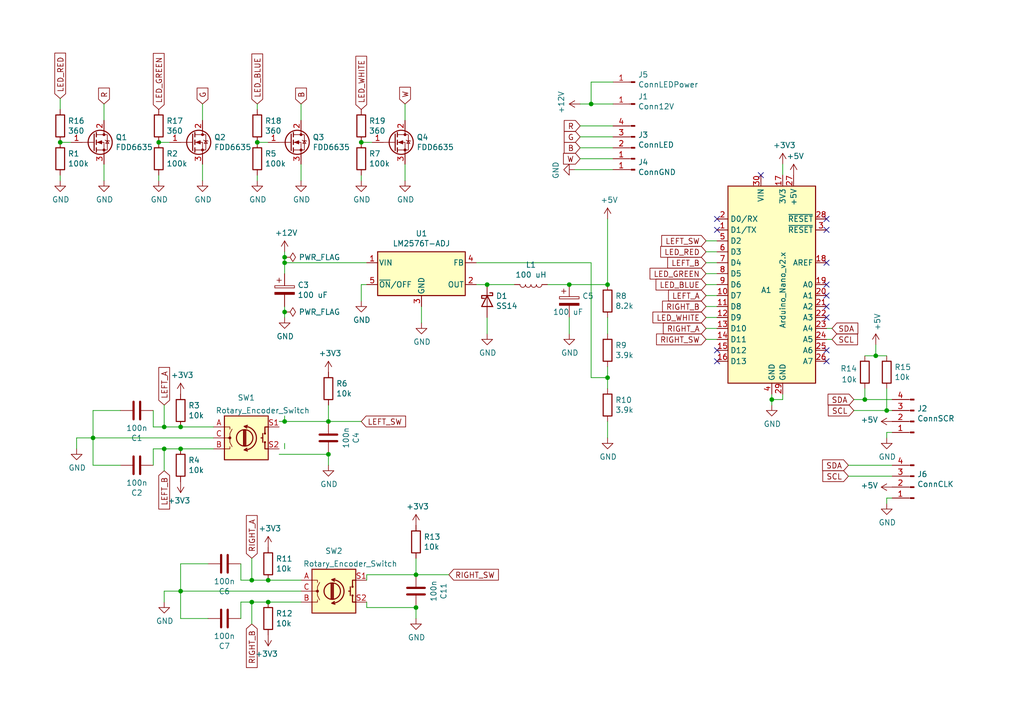
<source format=kicad_sch>
(kicad_sch (version 20211123) (generator eeschema)

  (uuid a57eba40-59cb-4d4a-920d-cbfabf463d88)

  (paper "User" 237.592 167.996)

  (title_block
    (title "Artificial Sunrise System \"Project Radiance\"")
  )

  (lib_symbols
    (symbol "Connector:Conn_01x01_Male" (pin_names (offset 1.016) hide) (in_bom yes) (on_board yes)
      (property "Reference" "J" (id 0) (at 0 2.54 0)
        (effects (font (size 1.27 1.27)))
      )
      (property "Value" "Conn_01x01_Male" (id 1) (at 0 -2.54 0)
        (effects (font (size 1.27 1.27)))
      )
      (property "Footprint" "" (id 2) (at 0 0 0)
        (effects (font (size 1.27 1.27)) hide)
      )
      (property "Datasheet" "~" (id 3) (at 0 0 0)
        (effects (font (size 1.27 1.27)) hide)
      )
      (property "ki_keywords" "connector" (id 4) (at 0 0 0)
        (effects (font (size 1.27 1.27)) hide)
      )
      (property "ki_description" "Generic connector, single row, 01x01, script generated (kicad-library-utils/schlib/autogen/connector/)" (id 5) (at 0 0 0)
        (effects (font (size 1.27 1.27)) hide)
      )
      (property "ki_fp_filters" "Connector*:*" (id 6) (at 0 0 0)
        (effects (font (size 1.27 1.27)) hide)
      )
      (symbol "Conn_01x01_Male_1_1"
        (polyline
          (pts
            (xy 1.27 0)
            (xy 0.8636 0)
          )
          (stroke (width 0.1524) (type default) (color 0 0 0 0))
          (fill (type none))
        )
        (rectangle (start 0.8636 0.127) (end 0 -0.127)
          (stroke (width 0.1524) (type default) (color 0 0 0 0))
          (fill (type outline))
        )
        (pin passive line (at 5.08 0 180) (length 3.81)
          (name "Pin_1" (effects (font (size 1.27 1.27))))
          (number "1" (effects (font (size 1.27 1.27))))
        )
      )
    )
    (symbol "Connector:Conn_01x04_Male" (pin_names (offset 1.016) hide) (in_bom yes) (on_board yes)
      (property "Reference" "J" (id 0) (at 0 5.08 0)
        (effects (font (size 1.27 1.27)))
      )
      (property "Value" "Conn_01x04_Male" (id 1) (at 0 -7.62 0)
        (effects (font (size 1.27 1.27)))
      )
      (property "Footprint" "" (id 2) (at 0 0 0)
        (effects (font (size 1.27 1.27)) hide)
      )
      (property "Datasheet" "~" (id 3) (at 0 0 0)
        (effects (font (size 1.27 1.27)) hide)
      )
      (property "ki_keywords" "connector" (id 4) (at 0 0 0)
        (effects (font (size 1.27 1.27)) hide)
      )
      (property "ki_description" "Generic connector, single row, 01x04, script generated (kicad-library-utils/schlib/autogen/connector/)" (id 5) (at 0 0 0)
        (effects (font (size 1.27 1.27)) hide)
      )
      (property "ki_fp_filters" "Connector*:*_1x??_*" (id 6) (at 0 0 0)
        (effects (font (size 1.27 1.27)) hide)
      )
      (symbol "Conn_01x04_Male_1_1"
        (polyline
          (pts
            (xy 1.27 -5.08)
            (xy 0.8636 -5.08)
          )
          (stroke (width 0.1524) (type default) (color 0 0 0 0))
          (fill (type none))
        )
        (polyline
          (pts
            (xy 1.27 -2.54)
            (xy 0.8636 -2.54)
          )
          (stroke (width 0.1524) (type default) (color 0 0 0 0))
          (fill (type none))
        )
        (polyline
          (pts
            (xy 1.27 0)
            (xy 0.8636 0)
          )
          (stroke (width 0.1524) (type default) (color 0 0 0 0))
          (fill (type none))
        )
        (polyline
          (pts
            (xy 1.27 2.54)
            (xy 0.8636 2.54)
          )
          (stroke (width 0.1524) (type default) (color 0 0 0 0))
          (fill (type none))
        )
        (rectangle (start 0.8636 -4.953) (end 0 -5.207)
          (stroke (width 0.1524) (type default) (color 0 0 0 0))
          (fill (type outline))
        )
        (rectangle (start 0.8636 -2.413) (end 0 -2.667)
          (stroke (width 0.1524) (type default) (color 0 0 0 0))
          (fill (type outline))
        )
        (rectangle (start 0.8636 0.127) (end 0 -0.127)
          (stroke (width 0.1524) (type default) (color 0 0 0 0))
          (fill (type outline))
        )
        (rectangle (start 0.8636 2.667) (end 0 2.413)
          (stroke (width 0.1524) (type default) (color 0 0 0 0))
          (fill (type outline))
        )
        (pin passive line (at 5.08 2.54 180) (length 3.81)
          (name "Pin_1" (effects (font (size 1.27 1.27))))
          (number "1" (effects (font (size 1.27 1.27))))
        )
        (pin passive line (at 5.08 0 180) (length 3.81)
          (name "Pin_2" (effects (font (size 1.27 1.27))))
          (number "2" (effects (font (size 1.27 1.27))))
        )
        (pin passive line (at 5.08 -2.54 180) (length 3.81)
          (name "Pin_3" (effects (font (size 1.27 1.27))))
          (number "3" (effects (font (size 1.27 1.27))))
        )
        (pin passive line (at 5.08 -5.08 180) (length 3.81)
          (name "Pin_4" (effects (font (size 1.27 1.27))))
          (number "4" (effects (font (size 1.27 1.27))))
        )
      )
    )
    (symbol "Device:C" (pin_numbers hide) (pin_names (offset 0.254)) (in_bom yes) (on_board yes)
      (property "Reference" "C" (id 0) (at 0.635 2.54 0)
        (effects (font (size 1.27 1.27)) (justify left))
      )
      (property "Value" "C" (id 1) (at 0.635 -2.54 0)
        (effects (font (size 1.27 1.27)) (justify left))
      )
      (property "Footprint" "" (id 2) (at 0.9652 -3.81 0)
        (effects (font (size 1.27 1.27)) hide)
      )
      (property "Datasheet" "~" (id 3) (at 0 0 0)
        (effects (font (size 1.27 1.27)) hide)
      )
      (property "ki_keywords" "cap capacitor" (id 4) (at 0 0 0)
        (effects (font (size 1.27 1.27)) hide)
      )
      (property "ki_description" "Unpolarized capacitor" (id 5) (at 0 0 0)
        (effects (font (size 1.27 1.27)) hide)
      )
      (property "ki_fp_filters" "C_*" (id 6) (at 0 0 0)
        (effects (font (size 1.27 1.27)) hide)
      )
      (symbol "C_0_1"
        (polyline
          (pts
            (xy -2.032 -0.762)
            (xy 2.032 -0.762)
          )
          (stroke (width 0.508) (type default) (color 0 0 0 0))
          (fill (type none))
        )
        (polyline
          (pts
            (xy -2.032 0.762)
            (xy 2.032 0.762)
          )
          (stroke (width 0.508) (type default) (color 0 0 0 0))
          (fill (type none))
        )
      )
      (symbol "C_1_1"
        (pin passive line (at 0 3.81 270) (length 2.794)
          (name "~" (effects (font (size 1.27 1.27))))
          (number "1" (effects (font (size 1.27 1.27))))
        )
        (pin passive line (at 0 -3.81 90) (length 2.794)
          (name "~" (effects (font (size 1.27 1.27))))
          (number "2" (effects (font (size 1.27 1.27))))
        )
      )
    )
    (symbol "Device:D_Schottky" (pin_numbers hide) (pin_names (offset 1.016) hide) (in_bom yes) (on_board yes)
      (property "Reference" "D" (id 0) (at 0 2.54 0)
        (effects (font (size 1.27 1.27)))
      )
      (property "Value" "D_Schottky" (id 1) (at 0 -2.54 0)
        (effects (font (size 1.27 1.27)))
      )
      (property "Footprint" "" (id 2) (at 0 0 0)
        (effects (font (size 1.27 1.27)) hide)
      )
      (property "Datasheet" "~" (id 3) (at 0 0 0)
        (effects (font (size 1.27 1.27)) hide)
      )
      (property "ki_keywords" "diode Schottky" (id 4) (at 0 0 0)
        (effects (font (size 1.27 1.27)) hide)
      )
      (property "ki_description" "Schottky diode" (id 5) (at 0 0 0)
        (effects (font (size 1.27 1.27)) hide)
      )
      (property "ki_fp_filters" "TO-???* *_Diode_* *SingleDiode* D_*" (id 6) (at 0 0 0)
        (effects (font (size 1.27 1.27)) hide)
      )
      (symbol "D_Schottky_0_1"
        (polyline
          (pts
            (xy 1.27 0)
            (xy -1.27 0)
          )
          (stroke (width 0) (type default) (color 0 0 0 0))
          (fill (type none))
        )
        (polyline
          (pts
            (xy 1.27 1.27)
            (xy 1.27 -1.27)
            (xy -1.27 0)
            (xy 1.27 1.27)
          )
          (stroke (width 0.254) (type default) (color 0 0 0 0))
          (fill (type none))
        )
        (polyline
          (pts
            (xy -1.905 0.635)
            (xy -1.905 1.27)
            (xy -1.27 1.27)
            (xy -1.27 -1.27)
            (xy -0.635 -1.27)
            (xy -0.635 -0.635)
          )
          (stroke (width 0.254) (type default) (color 0 0 0 0))
          (fill (type none))
        )
      )
      (symbol "D_Schottky_1_1"
        (pin passive line (at -3.81 0 0) (length 2.54)
          (name "K" (effects (font (size 1.27 1.27))))
          (number "1" (effects (font (size 1.27 1.27))))
        )
        (pin passive line (at 3.81 0 180) (length 2.54)
          (name "A" (effects (font (size 1.27 1.27))))
          (number "2" (effects (font (size 1.27 1.27))))
        )
      )
    )
    (symbol "Device:L" (pin_numbers hide) (pin_names (offset 1.016) hide) (in_bom yes) (on_board yes)
      (property "Reference" "L" (id 0) (at -1.27 0 90)
        (effects (font (size 1.27 1.27)))
      )
      (property "Value" "L" (id 1) (at 1.905 0 90)
        (effects (font (size 1.27 1.27)))
      )
      (property "Footprint" "" (id 2) (at 0 0 0)
        (effects (font (size 1.27 1.27)) hide)
      )
      (property "Datasheet" "~" (id 3) (at 0 0 0)
        (effects (font (size 1.27 1.27)) hide)
      )
      (property "ki_keywords" "inductor choke coil reactor magnetic" (id 4) (at 0 0 0)
        (effects (font (size 1.27 1.27)) hide)
      )
      (property "ki_description" "Inductor" (id 5) (at 0 0 0)
        (effects (font (size 1.27 1.27)) hide)
      )
      (property "ki_fp_filters" "Choke_* *Coil* Inductor_* L_*" (id 6) (at 0 0 0)
        (effects (font (size 1.27 1.27)) hide)
      )
      (symbol "L_0_1"
        (arc (start 0 -2.54) (mid 0.635 -1.905) (end 0 -1.27)
          (stroke (width 0) (type default) (color 0 0 0 0))
          (fill (type none))
        )
        (arc (start 0 -1.27) (mid 0.635 -0.635) (end 0 0)
          (stroke (width 0) (type default) (color 0 0 0 0))
          (fill (type none))
        )
        (arc (start 0 0) (mid 0.635 0.635) (end 0 1.27)
          (stroke (width 0) (type default) (color 0 0 0 0))
          (fill (type none))
        )
        (arc (start 0 1.27) (mid 0.635 1.905) (end 0 2.54)
          (stroke (width 0) (type default) (color 0 0 0 0))
          (fill (type none))
        )
      )
      (symbol "L_1_1"
        (pin passive line (at 0 3.81 270) (length 1.27)
          (name "1" (effects (font (size 1.27 1.27))))
          (number "1" (effects (font (size 1.27 1.27))))
        )
        (pin passive line (at 0 -3.81 90) (length 1.27)
          (name "2" (effects (font (size 1.27 1.27))))
          (number "2" (effects (font (size 1.27 1.27))))
        )
      )
    )
    (symbol "Device:Q_NMOS_GDS" (pin_names (offset 0) hide) (in_bom yes) (on_board yes)
      (property "Reference" "Q" (id 0) (at 5.08 1.27 0)
        (effects (font (size 1.27 1.27)) (justify left))
      )
      (property "Value" "Q_NMOS_GDS" (id 1) (at 5.08 -1.27 0)
        (effects (font (size 1.27 1.27)) (justify left))
      )
      (property "Footprint" "" (id 2) (at 5.08 2.54 0)
        (effects (font (size 1.27 1.27)) hide)
      )
      (property "Datasheet" "~" (id 3) (at 0 0 0)
        (effects (font (size 1.27 1.27)) hide)
      )
      (property "ki_keywords" "transistor NMOS N-MOS N-MOSFET" (id 4) (at 0 0 0)
        (effects (font (size 1.27 1.27)) hide)
      )
      (property "ki_description" "N-MOSFET transistor, gate/drain/source" (id 5) (at 0 0 0)
        (effects (font (size 1.27 1.27)) hide)
      )
      (symbol "Q_NMOS_GDS_0_1"
        (polyline
          (pts
            (xy 0.254 0)
            (xy -2.54 0)
          )
          (stroke (width 0) (type default) (color 0 0 0 0))
          (fill (type none))
        )
        (polyline
          (pts
            (xy 0.254 1.905)
            (xy 0.254 -1.905)
          )
          (stroke (width 0.254) (type default) (color 0 0 0 0))
          (fill (type none))
        )
        (polyline
          (pts
            (xy 0.762 -1.27)
            (xy 0.762 -2.286)
          )
          (stroke (width 0.254) (type default) (color 0 0 0 0))
          (fill (type none))
        )
        (polyline
          (pts
            (xy 0.762 0.508)
            (xy 0.762 -0.508)
          )
          (stroke (width 0.254) (type default) (color 0 0 0 0))
          (fill (type none))
        )
        (polyline
          (pts
            (xy 0.762 2.286)
            (xy 0.762 1.27)
          )
          (stroke (width 0.254) (type default) (color 0 0 0 0))
          (fill (type none))
        )
        (polyline
          (pts
            (xy 2.54 2.54)
            (xy 2.54 1.778)
          )
          (stroke (width 0) (type default) (color 0 0 0 0))
          (fill (type none))
        )
        (polyline
          (pts
            (xy 2.54 -2.54)
            (xy 2.54 0)
            (xy 0.762 0)
          )
          (stroke (width 0) (type default) (color 0 0 0 0))
          (fill (type none))
        )
        (polyline
          (pts
            (xy 0.762 -1.778)
            (xy 3.302 -1.778)
            (xy 3.302 1.778)
            (xy 0.762 1.778)
          )
          (stroke (width 0) (type default) (color 0 0 0 0))
          (fill (type none))
        )
        (polyline
          (pts
            (xy 1.016 0)
            (xy 2.032 0.381)
            (xy 2.032 -0.381)
            (xy 1.016 0)
          )
          (stroke (width 0) (type default) (color 0 0 0 0))
          (fill (type outline))
        )
        (polyline
          (pts
            (xy 2.794 0.508)
            (xy 2.921 0.381)
            (xy 3.683 0.381)
            (xy 3.81 0.254)
          )
          (stroke (width 0) (type default) (color 0 0 0 0))
          (fill (type none))
        )
        (polyline
          (pts
            (xy 3.302 0.381)
            (xy 2.921 -0.254)
            (xy 3.683 -0.254)
            (xy 3.302 0.381)
          )
          (stroke (width 0) (type default) (color 0 0 0 0))
          (fill (type none))
        )
        (circle (center 1.651 0) (radius 2.794)
          (stroke (width 0.254) (type default) (color 0 0 0 0))
          (fill (type none))
        )
        (circle (center 2.54 -1.778) (radius 0.254)
          (stroke (width 0) (type default) (color 0 0 0 0))
          (fill (type outline))
        )
        (circle (center 2.54 1.778) (radius 0.254)
          (stroke (width 0) (type default) (color 0 0 0 0))
          (fill (type outline))
        )
      )
      (symbol "Q_NMOS_GDS_1_1"
        (pin input line (at -5.08 0 0) (length 2.54)
          (name "G" (effects (font (size 1.27 1.27))))
          (number "1" (effects (font (size 1.27 1.27))))
        )
        (pin passive line (at 2.54 5.08 270) (length 2.54)
          (name "D" (effects (font (size 1.27 1.27))))
          (number "2" (effects (font (size 1.27 1.27))))
        )
        (pin passive line (at 2.54 -5.08 90) (length 2.54)
          (name "S" (effects (font (size 1.27 1.27))))
          (number "3" (effects (font (size 1.27 1.27))))
        )
      )
    )
    (symbol "Device:R" (pin_numbers hide) (pin_names (offset 0)) (in_bom yes) (on_board yes)
      (property "Reference" "R" (id 0) (at 2.032 0 90)
        (effects (font (size 1.27 1.27)))
      )
      (property "Value" "R" (id 1) (at 0 0 90)
        (effects (font (size 1.27 1.27)))
      )
      (property "Footprint" "" (id 2) (at -1.778 0 90)
        (effects (font (size 1.27 1.27)) hide)
      )
      (property "Datasheet" "~" (id 3) (at 0 0 0)
        (effects (font (size 1.27 1.27)) hide)
      )
      (property "ki_keywords" "R res resistor" (id 4) (at 0 0 0)
        (effects (font (size 1.27 1.27)) hide)
      )
      (property "ki_description" "Resistor" (id 5) (at 0 0 0)
        (effects (font (size 1.27 1.27)) hide)
      )
      (property "ki_fp_filters" "R_*" (id 6) (at 0 0 0)
        (effects (font (size 1.27 1.27)) hide)
      )
      (symbol "R_0_1"
        (rectangle (start -1.016 -2.54) (end 1.016 2.54)
          (stroke (width 0.254) (type default) (color 0 0 0 0))
          (fill (type none))
        )
      )
      (symbol "R_1_1"
        (pin passive line (at 0 3.81 270) (length 1.27)
          (name "~" (effects (font (size 1.27 1.27))))
          (number "1" (effects (font (size 1.27 1.27))))
        )
        (pin passive line (at 0 -3.81 90) (length 1.27)
          (name "~" (effects (font (size 1.27 1.27))))
          (number "2" (effects (font (size 1.27 1.27))))
        )
      )
    )
    (symbol "MCU_Module:Arduino_Nano_v2.x" (in_bom yes) (on_board yes)
      (property "Reference" "A" (id 0) (at -10.16 23.495 0)
        (effects (font (size 1.27 1.27)) (justify left bottom))
      )
      (property "Value" "Arduino_Nano_v2.x" (id 1) (at 5.08 -24.13 0)
        (effects (font (size 1.27 1.27)) (justify left top))
      )
      (property "Footprint" "Module:Arduino_Nano" (id 2) (at 0 0 0)
        (effects (font (size 1.27 1.27) italic) hide)
      )
      (property "Datasheet" "https://www.arduino.cc/en/uploads/Main/ArduinoNanoManual23.pdf" (id 3) (at 0 0 0)
        (effects (font (size 1.27 1.27)) hide)
      )
      (property "ki_keywords" "Arduino nano microcontroller module USB" (id 4) (at 0 0 0)
        (effects (font (size 1.27 1.27)) hide)
      )
      (property "ki_description" "Arduino Nano v2.x" (id 5) (at 0 0 0)
        (effects (font (size 1.27 1.27)) hide)
      )
      (property "ki_fp_filters" "Arduino*Nano*" (id 6) (at 0 0 0)
        (effects (font (size 1.27 1.27)) hide)
      )
      (symbol "Arduino_Nano_v2.x_0_1"
        (rectangle (start -10.16 22.86) (end 10.16 -22.86)
          (stroke (width 0.254) (type default) (color 0 0 0 0))
          (fill (type background))
        )
      )
      (symbol "Arduino_Nano_v2.x_1_1"
        (pin bidirectional line (at -12.7 12.7 0) (length 2.54)
          (name "D1/TX" (effects (font (size 1.27 1.27))))
          (number "1" (effects (font (size 1.27 1.27))))
        )
        (pin bidirectional line (at -12.7 -2.54 0) (length 2.54)
          (name "D7" (effects (font (size 1.27 1.27))))
          (number "10" (effects (font (size 1.27 1.27))))
        )
        (pin bidirectional line (at -12.7 -5.08 0) (length 2.54)
          (name "D8" (effects (font (size 1.27 1.27))))
          (number "11" (effects (font (size 1.27 1.27))))
        )
        (pin bidirectional line (at -12.7 -7.62 0) (length 2.54)
          (name "D9" (effects (font (size 1.27 1.27))))
          (number "12" (effects (font (size 1.27 1.27))))
        )
        (pin bidirectional line (at -12.7 -10.16 0) (length 2.54)
          (name "D10" (effects (font (size 1.27 1.27))))
          (number "13" (effects (font (size 1.27 1.27))))
        )
        (pin bidirectional line (at -12.7 -12.7 0) (length 2.54)
          (name "D11" (effects (font (size 1.27 1.27))))
          (number "14" (effects (font (size 1.27 1.27))))
        )
        (pin bidirectional line (at -12.7 -15.24 0) (length 2.54)
          (name "D12" (effects (font (size 1.27 1.27))))
          (number "15" (effects (font (size 1.27 1.27))))
        )
        (pin bidirectional line (at -12.7 -17.78 0) (length 2.54)
          (name "D13" (effects (font (size 1.27 1.27))))
          (number "16" (effects (font (size 1.27 1.27))))
        )
        (pin power_out line (at 2.54 25.4 270) (length 2.54)
          (name "3V3" (effects (font (size 1.27 1.27))))
          (number "17" (effects (font (size 1.27 1.27))))
        )
        (pin input line (at 12.7 5.08 180) (length 2.54)
          (name "AREF" (effects (font (size 1.27 1.27))))
          (number "18" (effects (font (size 1.27 1.27))))
        )
        (pin bidirectional line (at 12.7 0 180) (length 2.54)
          (name "A0" (effects (font (size 1.27 1.27))))
          (number "19" (effects (font (size 1.27 1.27))))
        )
        (pin bidirectional line (at -12.7 15.24 0) (length 2.54)
          (name "D0/RX" (effects (font (size 1.27 1.27))))
          (number "2" (effects (font (size 1.27 1.27))))
        )
        (pin bidirectional line (at 12.7 -2.54 180) (length 2.54)
          (name "A1" (effects (font (size 1.27 1.27))))
          (number "20" (effects (font (size 1.27 1.27))))
        )
        (pin bidirectional line (at 12.7 -5.08 180) (length 2.54)
          (name "A2" (effects (font (size 1.27 1.27))))
          (number "21" (effects (font (size 1.27 1.27))))
        )
        (pin bidirectional line (at 12.7 -7.62 180) (length 2.54)
          (name "A3" (effects (font (size 1.27 1.27))))
          (number "22" (effects (font (size 1.27 1.27))))
        )
        (pin bidirectional line (at 12.7 -10.16 180) (length 2.54)
          (name "A4" (effects (font (size 1.27 1.27))))
          (number "23" (effects (font (size 1.27 1.27))))
        )
        (pin bidirectional line (at 12.7 -12.7 180) (length 2.54)
          (name "A5" (effects (font (size 1.27 1.27))))
          (number "24" (effects (font (size 1.27 1.27))))
        )
        (pin bidirectional line (at 12.7 -15.24 180) (length 2.54)
          (name "A6" (effects (font (size 1.27 1.27))))
          (number "25" (effects (font (size 1.27 1.27))))
        )
        (pin bidirectional line (at 12.7 -17.78 180) (length 2.54)
          (name "A7" (effects (font (size 1.27 1.27))))
          (number "26" (effects (font (size 1.27 1.27))))
        )
        (pin power_out line (at 5.08 25.4 270) (length 2.54)
          (name "+5V" (effects (font (size 1.27 1.27))))
          (number "27" (effects (font (size 1.27 1.27))))
        )
        (pin input line (at 12.7 15.24 180) (length 2.54)
          (name "~{RESET}" (effects (font (size 1.27 1.27))))
          (number "28" (effects (font (size 1.27 1.27))))
        )
        (pin power_in line (at 2.54 -25.4 90) (length 2.54)
          (name "GND" (effects (font (size 1.27 1.27))))
          (number "29" (effects (font (size 1.27 1.27))))
        )
        (pin input line (at 12.7 12.7 180) (length 2.54)
          (name "~{RESET}" (effects (font (size 1.27 1.27))))
          (number "3" (effects (font (size 1.27 1.27))))
        )
        (pin power_in line (at -2.54 25.4 270) (length 2.54)
          (name "VIN" (effects (font (size 1.27 1.27))))
          (number "30" (effects (font (size 1.27 1.27))))
        )
        (pin power_in line (at 0 -25.4 90) (length 2.54)
          (name "GND" (effects (font (size 1.27 1.27))))
          (number "4" (effects (font (size 1.27 1.27))))
        )
        (pin bidirectional line (at -12.7 10.16 0) (length 2.54)
          (name "D2" (effects (font (size 1.27 1.27))))
          (number "5" (effects (font (size 1.27 1.27))))
        )
        (pin bidirectional line (at -12.7 7.62 0) (length 2.54)
          (name "D3" (effects (font (size 1.27 1.27))))
          (number "6" (effects (font (size 1.27 1.27))))
        )
        (pin bidirectional line (at -12.7 5.08 0) (length 2.54)
          (name "D4" (effects (font (size 1.27 1.27))))
          (number "7" (effects (font (size 1.27 1.27))))
        )
        (pin bidirectional line (at -12.7 2.54 0) (length 2.54)
          (name "D5" (effects (font (size 1.27 1.27))))
          (number "8" (effects (font (size 1.27 1.27))))
        )
        (pin bidirectional line (at -12.7 0 0) (length 2.54)
          (name "D6" (effects (font (size 1.27 1.27))))
          (number "9" (effects (font (size 1.27 1.27))))
        )
      )
    )
    (symbol "Regulator_Switching:LM2576T-ADJ" (pin_names (offset 0.254)) (in_bom yes) (on_board yes)
      (property "Reference" "U" (id 0) (at -10.16 6.35 0)
        (effects (font (size 1.27 1.27)) (justify left))
      )
      (property "Value" "LM2576T-ADJ" (id 1) (at 0 6.35 0)
        (effects (font (size 1.27 1.27)) (justify left))
      )
      (property "Footprint" "Package_TO_SOT_THT:TO-220-5_Vertical" (id 2) (at 0 -6.35 0)
        (effects (font (size 1.27 1.27) italic) (justify left) hide)
      )
      (property "Datasheet" "http://www.ti.com/lit/ds/symlink/lm2576.pdf" (id 3) (at 0 0 0)
        (effects (font (size 1.27 1.27)) hide)
      )
      (property "ki_keywords" "Step-Down Voltage Regulator 3A Adjustable" (id 4) (at 0 0 0)
        (effects (font (size 1.27 1.27)) hide)
      )
      (property "ki_description" "Adjustable Output Voltage, 3A SIMPLE SWITCHER® Step-Down Voltage Regulator, TO-220-5" (id 5) (at 0 0 0)
        (effects (font (size 1.27 1.27)) hide)
      )
      (property "ki_fp_filters" "TO?220*" (id 6) (at 0 0 0)
        (effects (font (size 1.27 1.27)) hide)
      )
      (symbol "LM2576T-ADJ_0_1"
        (rectangle (start -10.16 5.08) (end 10.16 -5.08)
          (stroke (width 0.254) (type default) (color 0 0 0 0))
          (fill (type background))
        )
      )
      (symbol "LM2576T-ADJ_1_1"
        (pin power_in line (at -12.7 2.54 0) (length 2.54)
          (name "VIN" (effects (font (size 1.27 1.27))))
          (number "1" (effects (font (size 1.27 1.27))))
        )
        (pin output line (at 12.7 -2.54 180) (length 2.54)
          (name "OUT" (effects (font (size 1.27 1.27))))
          (number "2" (effects (font (size 1.27 1.27))))
        )
        (pin power_in line (at 0 -7.62 90) (length 2.54)
          (name "GND" (effects (font (size 1.27 1.27))))
          (number "3" (effects (font (size 1.27 1.27))))
        )
        (pin input line (at 12.7 2.54 180) (length 2.54)
          (name "FB" (effects (font (size 1.27 1.27))))
          (number "4" (effects (font (size 1.27 1.27))))
        )
        (pin input line (at -12.7 -2.54 0) (length 2.54)
          (name "~{ON}/OFF" (effects (font (size 1.27 1.27))))
          (number "5" (effects (font (size 1.27 1.27))))
        )
      )
    )
    (symbol "artisun_arduino-rescue:CP-Device" (pin_numbers hide) (pin_names (offset 0.254)) (in_bom yes) (on_board yes)
      (property "Reference" "C" (id 0) (at 0.635 2.54 0)
        (effects (font (size 1.27 1.27)) (justify left))
      )
      (property "Value" "CP-Device" (id 1) (at 0.635 -2.54 0)
        (effects (font (size 1.27 1.27)) (justify left))
      )
      (property "Footprint" "" (id 2) (at 0.9652 -3.81 0)
        (effects (font (size 1.27 1.27)) hide)
      )
      (property "Datasheet" "" (id 3) (at 0 0 0)
        (effects (font (size 1.27 1.27)) hide)
      )
      (property "ki_fp_filters" "CP_*" (id 4) (at 0 0 0)
        (effects (font (size 1.27 1.27)) hide)
      )
      (symbol "CP-Device_0_1"
        (rectangle (start -2.286 0.508) (end 2.286 1.016)
          (stroke (width 0) (type default) (color 0 0 0 0))
          (fill (type none))
        )
        (polyline
          (pts
            (xy -1.778 2.286)
            (xy -0.762 2.286)
          )
          (stroke (width 0) (type default) (color 0 0 0 0))
          (fill (type none))
        )
        (polyline
          (pts
            (xy -1.27 2.794)
            (xy -1.27 1.778)
          )
          (stroke (width 0) (type default) (color 0 0 0 0))
          (fill (type none))
        )
        (rectangle (start 2.286 -0.508) (end -2.286 -1.016)
          (stroke (width 0) (type default) (color 0 0 0 0))
          (fill (type outline))
        )
      )
      (symbol "CP-Device_1_1"
        (pin passive line (at 0 3.81 270) (length 2.794)
          (name "~" (effects (font (size 1.27 1.27))))
          (number "1" (effects (font (size 1.27 1.27))))
        )
        (pin passive line (at 0 -3.81 90) (length 2.794)
          (name "~" (effects (font (size 1.27 1.27))))
          (number "2" (effects (font (size 1.27 1.27))))
        )
      )
    )
    (symbol "artisun_arduino-rescue:Rotary_Encoder_Switch-Device" (pin_names (offset 0.254) hide) (in_bom yes) (on_board yes)
      (property "Reference" "SW" (id 0) (at 0 6.604 0)
        (effects (font (size 1.27 1.27)))
      )
      (property "Value" "Rotary_Encoder_Switch-Device" (id 1) (at 0 -6.604 0)
        (effects (font (size 1.27 1.27)))
      )
      (property "Footprint" "" (id 2) (at -3.81 4.064 0)
        (effects (font (size 1.27 1.27)) hide)
      )
      (property "Datasheet" "" (id 3) (at 0 6.604 0)
        (effects (font (size 1.27 1.27)) hide)
      )
      (property "ki_fp_filters" "RotaryEncoder*Switch*" (id 4) (at 0 0 0)
        (effects (font (size 1.27 1.27)) hide)
      )
      (symbol "Rotary_Encoder_Switch-Device_0_1"
        (rectangle (start -5.08 5.08) (end 5.08 -5.08)
          (stroke (width 0.254) (type default) (color 0 0 0 0))
          (fill (type background))
        )
        (circle (center -3.81 0) (radius 0.254)
          (stroke (width 0) (type default) (color 0 0 0 0))
          (fill (type outline))
        )
        (arc (start -0.381 -2.794) (mid 2.3622 -0.0508) (end -0.381 2.667)
          (stroke (width 0.254) (type default) (color 0 0 0 0))
          (fill (type none))
        )
        (circle (center -0.381 0) (radius 1.905)
          (stroke (width 0.254) (type default) (color 0 0 0 0))
          (fill (type none))
        )
        (polyline
          (pts
            (xy -0.635 -1.778)
            (xy -0.635 1.778)
          )
          (stroke (width 0.254) (type default) (color 0 0 0 0))
          (fill (type none))
        )
        (polyline
          (pts
            (xy -0.381 -1.778)
            (xy -0.381 1.778)
          )
          (stroke (width 0.254) (type default) (color 0 0 0 0))
          (fill (type none))
        )
        (polyline
          (pts
            (xy -0.127 1.778)
            (xy -0.127 -1.778)
          )
          (stroke (width 0.254) (type default) (color 0 0 0 0))
          (fill (type none))
        )
        (polyline
          (pts
            (xy 3.81 0)
            (xy 3.429 0)
          )
          (stroke (width 0.254) (type default) (color 0 0 0 0))
          (fill (type none))
        )
        (polyline
          (pts
            (xy 3.81 1.016)
            (xy 3.81 -1.016)
          )
          (stroke (width 0.254) (type default) (color 0 0 0 0))
          (fill (type none))
        )
        (polyline
          (pts
            (xy -5.08 -2.54)
            (xy -3.81 -2.54)
            (xy -3.81 -2.032)
          )
          (stroke (width 0) (type default) (color 0 0 0 0))
          (fill (type none))
        )
        (polyline
          (pts
            (xy -5.08 2.54)
            (xy -3.81 2.54)
            (xy -3.81 2.032)
          )
          (stroke (width 0) (type default) (color 0 0 0 0))
          (fill (type none))
        )
        (polyline
          (pts
            (xy 0.254 -3.048)
            (xy -0.508 -2.794)
            (xy 0.127 -2.413)
          )
          (stroke (width 0.254) (type default) (color 0 0 0 0))
          (fill (type none))
        )
        (polyline
          (pts
            (xy 0.254 2.921)
            (xy -0.508 2.667)
            (xy 0.127 2.286)
          )
          (stroke (width 0.254) (type default) (color 0 0 0 0))
          (fill (type none))
        )
        (polyline
          (pts
            (xy 5.08 -2.54)
            (xy 4.318 -2.54)
            (xy 4.318 -1.016)
          )
          (stroke (width 0.254) (type default) (color 0 0 0 0))
          (fill (type none))
        )
        (polyline
          (pts
            (xy 5.08 2.54)
            (xy 4.318 2.54)
            (xy 4.318 1.016)
          )
          (stroke (width 0.254) (type default) (color 0 0 0 0))
          (fill (type none))
        )
        (polyline
          (pts
            (xy -5.08 0)
            (xy -3.81 0)
            (xy -3.81 -1.016)
            (xy -3.302 -2.032)
          )
          (stroke (width 0) (type default) (color 0 0 0 0))
          (fill (type none))
        )
        (polyline
          (pts
            (xy -4.318 0)
            (xy -3.81 0)
            (xy -3.81 1.016)
            (xy -3.302 2.032)
          )
          (stroke (width 0) (type default) (color 0 0 0 0))
          (fill (type none))
        )
        (circle (center 4.318 -1.016) (radius 0.127)
          (stroke (width 0.254) (type default) (color 0 0 0 0))
          (fill (type none))
        )
        (circle (center 4.318 1.016) (radius 0.127)
          (stroke (width 0.254) (type default) (color 0 0 0 0))
          (fill (type none))
        )
      )
      (symbol "Rotary_Encoder_Switch-Device_1_1"
        (pin passive line (at -7.62 2.54 0) (length 2.54)
          (name "A" (effects (font (size 1.27 1.27))))
          (number "A" (effects (font (size 1.27 1.27))))
        )
        (pin passive line (at -7.62 -2.54 0) (length 2.54)
          (name "B" (effects (font (size 1.27 1.27))))
          (number "B" (effects (font (size 1.27 1.27))))
        )
        (pin passive line (at -7.62 0 0) (length 2.54)
          (name "C" (effects (font (size 1.27 1.27))))
          (number "C" (effects (font (size 1.27 1.27))))
        )
        (pin passive line (at 7.62 2.54 180) (length 2.54)
          (name "S1" (effects (font (size 1.27 1.27))))
          (number "S1" (effects (font (size 1.27 1.27))))
        )
        (pin passive line (at 7.62 -2.54 180) (length 2.54)
          (name "S2" (effects (font (size 1.27 1.27))))
          (number "S2" (effects (font (size 1.27 1.27))))
        )
      )
    )
    (symbol "power:+12V" (power) (pin_names (offset 0)) (in_bom yes) (on_board yes)
      (property "Reference" "#PWR" (id 0) (at 0 -3.81 0)
        (effects (font (size 1.27 1.27)) hide)
      )
      (property "Value" "+12V" (id 1) (at 0 3.556 0)
        (effects (font (size 1.27 1.27)))
      )
      (property "Footprint" "" (id 2) (at 0 0 0)
        (effects (font (size 1.27 1.27)) hide)
      )
      (property "Datasheet" "" (id 3) (at 0 0 0)
        (effects (font (size 1.27 1.27)) hide)
      )
      (property "ki_keywords" "power-flag" (id 4) (at 0 0 0)
        (effects (font (size 1.27 1.27)) hide)
      )
      (property "ki_description" "Power symbol creates a global label with name \"+12V\"" (id 5) (at 0 0 0)
        (effects (font (size 1.27 1.27)) hide)
      )
      (symbol "+12V_0_1"
        (polyline
          (pts
            (xy -0.762 1.27)
            (xy 0 2.54)
          )
          (stroke (width 0) (type default) (color 0 0 0 0))
          (fill (type none))
        )
        (polyline
          (pts
            (xy 0 0)
            (xy 0 2.54)
          )
          (stroke (width 0) (type default) (color 0 0 0 0))
          (fill (type none))
        )
        (polyline
          (pts
            (xy 0 2.54)
            (xy 0.762 1.27)
          )
          (stroke (width 0) (type default) (color 0 0 0 0))
          (fill (type none))
        )
      )
      (symbol "+12V_1_1"
        (pin power_in line (at 0 0 90) (length 0) hide
          (name "+12V" (effects (font (size 1.27 1.27))))
          (number "1" (effects (font (size 1.27 1.27))))
        )
      )
    )
    (symbol "power:+3.3V" (power) (pin_names (offset 0)) (in_bom yes) (on_board yes)
      (property "Reference" "#PWR" (id 0) (at 0 -3.81 0)
        (effects (font (size 1.27 1.27)) hide)
      )
      (property "Value" "+3.3V" (id 1) (at 0 3.556 0)
        (effects (font (size 1.27 1.27)))
      )
      (property "Footprint" "" (id 2) (at 0 0 0)
        (effects (font (size 1.27 1.27)) hide)
      )
      (property "Datasheet" "" (id 3) (at 0 0 0)
        (effects (font (size 1.27 1.27)) hide)
      )
      (property "ki_keywords" "power-flag" (id 4) (at 0 0 0)
        (effects (font (size 1.27 1.27)) hide)
      )
      (property "ki_description" "Power symbol creates a global label with name \"+3.3V\"" (id 5) (at 0 0 0)
        (effects (font (size 1.27 1.27)) hide)
      )
      (symbol "+3.3V_0_1"
        (polyline
          (pts
            (xy -0.762 1.27)
            (xy 0 2.54)
          )
          (stroke (width 0) (type default) (color 0 0 0 0))
          (fill (type none))
        )
        (polyline
          (pts
            (xy 0 0)
            (xy 0 2.54)
          )
          (stroke (width 0) (type default) (color 0 0 0 0))
          (fill (type none))
        )
        (polyline
          (pts
            (xy 0 2.54)
            (xy 0.762 1.27)
          )
          (stroke (width 0) (type default) (color 0 0 0 0))
          (fill (type none))
        )
      )
      (symbol "+3.3V_1_1"
        (pin power_in line (at 0 0 90) (length 0) hide
          (name "+3V3" (effects (font (size 1.27 1.27))))
          (number "1" (effects (font (size 1.27 1.27))))
        )
      )
    )
    (symbol "power:+5V" (power) (pin_names (offset 0)) (in_bom yes) (on_board yes)
      (property "Reference" "#PWR" (id 0) (at 0 -3.81 0)
        (effects (font (size 1.27 1.27)) hide)
      )
      (property "Value" "+5V" (id 1) (at 0 3.556 0)
        (effects (font (size 1.27 1.27)))
      )
      (property "Footprint" "" (id 2) (at 0 0 0)
        (effects (font (size 1.27 1.27)) hide)
      )
      (property "Datasheet" "" (id 3) (at 0 0 0)
        (effects (font (size 1.27 1.27)) hide)
      )
      (property "ki_keywords" "power-flag" (id 4) (at 0 0 0)
        (effects (font (size 1.27 1.27)) hide)
      )
      (property "ki_description" "Power symbol creates a global label with name \"+5V\"" (id 5) (at 0 0 0)
        (effects (font (size 1.27 1.27)) hide)
      )
      (symbol "+5V_0_1"
        (polyline
          (pts
            (xy -0.762 1.27)
            (xy 0 2.54)
          )
          (stroke (width 0) (type default) (color 0 0 0 0))
          (fill (type none))
        )
        (polyline
          (pts
            (xy 0 0)
            (xy 0 2.54)
          )
          (stroke (width 0) (type default) (color 0 0 0 0))
          (fill (type none))
        )
        (polyline
          (pts
            (xy 0 2.54)
            (xy 0.762 1.27)
          )
          (stroke (width 0) (type default) (color 0 0 0 0))
          (fill (type none))
        )
      )
      (symbol "+5V_1_1"
        (pin power_in line (at 0 0 90) (length 0) hide
          (name "+5V" (effects (font (size 1.27 1.27))))
          (number "1" (effects (font (size 1.27 1.27))))
        )
      )
    )
    (symbol "power:GND" (power) (pin_names (offset 0)) (in_bom yes) (on_board yes)
      (property "Reference" "#PWR" (id 0) (at 0 -6.35 0)
        (effects (font (size 1.27 1.27)) hide)
      )
      (property "Value" "GND" (id 1) (at 0 -3.81 0)
        (effects (font (size 1.27 1.27)))
      )
      (property "Footprint" "" (id 2) (at 0 0 0)
        (effects (font (size 1.27 1.27)) hide)
      )
      (property "Datasheet" "" (id 3) (at 0 0 0)
        (effects (font (size 1.27 1.27)) hide)
      )
      (property "ki_keywords" "power-flag" (id 4) (at 0 0 0)
        (effects (font (size 1.27 1.27)) hide)
      )
      (property "ki_description" "Power symbol creates a global label with name \"GND\" , ground" (id 5) (at 0 0 0)
        (effects (font (size 1.27 1.27)) hide)
      )
      (symbol "GND_0_1"
        (polyline
          (pts
            (xy 0 0)
            (xy 0 -1.27)
            (xy 1.27 -1.27)
            (xy 0 -2.54)
            (xy -1.27 -1.27)
            (xy 0 -1.27)
          )
          (stroke (width 0) (type default) (color 0 0 0 0))
          (fill (type none))
        )
      )
      (symbol "GND_1_1"
        (pin power_in line (at 0 0 270) (length 0) hide
          (name "GND" (effects (font (size 1.27 1.27))))
          (number "1" (effects (font (size 1.27 1.27))))
        )
      )
    )
    (symbol "power:PWR_FLAG" (power) (pin_numbers hide) (pin_names (offset 0) hide) (in_bom yes) (on_board yes)
      (property "Reference" "#FLG" (id 0) (at 0 1.905 0)
        (effects (font (size 1.27 1.27)) hide)
      )
      (property "Value" "PWR_FLAG" (id 1) (at 0 3.81 0)
        (effects (font (size 1.27 1.27)))
      )
      (property "Footprint" "" (id 2) (at 0 0 0)
        (effects (font (size 1.27 1.27)) hide)
      )
      (property "Datasheet" "~" (id 3) (at 0 0 0)
        (effects (font (size 1.27 1.27)) hide)
      )
      (property "ki_keywords" "power-flag" (id 4) (at 0 0 0)
        (effects (font (size 1.27 1.27)) hide)
      )
      (property "ki_description" "Special symbol for telling ERC where power comes from" (id 5) (at 0 0 0)
        (effects (font (size 1.27 1.27)) hide)
      )
      (symbol "PWR_FLAG_0_0"
        (pin power_out line (at 0 0 90) (length 0)
          (name "pwr" (effects (font (size 1.27 1.27))))
          (number "1" (effects (font (size 1.27 1.27))))
        )
      )
      (symbol "PWR_FLAG_0_1"
        (polyline
          (pts
            (xy 0 0)
            (xy 0 1.27)
            (xy -1.016 1.905)
            (xy 0 2.54)
            (xy 1.016 1.905)
            (xy 0 1.27)
          )
          (stroke (width 0) (type default) (color 0 0 0 0))
          (fill (type none))
        )
      )
    )
  )

  (junction (at 179.07 92.71) (diameter 0) (color 0 0 0 0)
    (uuid 04850fe5-cdad-47b4-b057-1bf5f5f856f5)
  )
  (junction (at 96.52 140.97) (diameter 0) (color 0 0 0 0)
    (uuid 04bcb9c3-8f1e-417a-9135-702ae03d58d7)
  )
  (junction (at 96.52 133.35) (diameter 0) (color 0 0 0 0)
    (uuid 11322129-6c09-4047-a885-d49880e9003d)
  )
  (junction (at 38.1 104.14) (diameter 0) (color 0 0 0 0)
    (uuid 135dca7a-6b86-402a-b1fe-882b5a00ef85)
  )
  (junction (at 13.97 33.02) (diameter 0) (color 0 0 0 0)
    (uuid 1884c908-3871-4bbc-8fae-8e3cefdab658)
  )
  (junction (at 66.04 60.96) (diameter 0) (color 0 0 0 0)
    (uuid 1bc58e3e-49d4-4376-9880-c2924269f5f7)
  )
  (junction (at 140.97 87.63) (diameter 0) (color 0 0 0 0)
    (uuid 1d0955a0-b438-424c-88b9-abcb215f349c)
  )
  (junction (at 83.82 33.02) (diameter 0) (color 0 0 0 0)
    (uuid 2b1102ad-c068-44eb-ac5f-f7d9fe126072)
  )
  (junction (at 21.59 101.6) (diameter 0) (color 0 0 0 0)
    (uuid 325a1aeb-33a8-4659-945b-df5cfad68f0d)
  )
  (junction (at 38.1 99.06) (diameter 0) (color 0 0 0 0)
    (uuid 4b56edc7-b22e-4d2c-914d-870d37092db2)
  )
  (junction (at 66.04 59.69) (diameter 0) (color 0 0 0 0)
    (uuid 601f0a31-9385-40c6-ae73-34f214db0c3b)
  )
  (junction (at 140.97 66.04) (diameter 0) (color 0 0 0 0)
    (uuid 64083720-c0f3-4b18-9b93-2cd184de6545)
  )
  (junction (at 62.23 139.7) (diameter 0) (color 0 0 0 0)
    (uuid 66810129-a1ec-4c2a-b32a-6d8ead9f76ca)
  )
  (junction (at 62.23 134.62) (diameter 0) (color 0 0 0 0)
    (uuid 722f9805-c907-4fe7-818f-559a63868a96)
  )
  (junction (at 203.2 82.55) (diameter 0) (color 0 0 0 0)
    (uuid 7bf45716-a30f-4d39-a5a2-1257293df08c)
  )
  (junction (at 41.91 104.14) (diameter 0) (color 0 0 0 0)
    (uuid 7c016c6b-24e4-4842-bea8-4a11ceeccbf1)
  )
  (junction (at 41.91 99.06) (diameter 0) (color 0 0 0 0)
    (uuid 7cd4441f-2b5f-46c7-9fc3-09af368aae8b)
  )
  (junction (at 137.16 24.13) (diameter 0) (color 0 0 0 0)
    (uuid 8463fc48-0b30-4c43-9c5e-d0bb868d9193)
  )
  (junction (at 200.66 92.71) (diameter 0) (color 0 0 0 0)
    (uuid 98cb7e66-50d5-40b8-8311-36d302940298)
  )
  (junction (at 66.04 72.39) (diameter 0) (color 0 0 0 0)
    (uuid 9e446425-10ab-4a96-ac42-282d9048569e)
  )
  (junction (at 113.03 66.04) (diameter 0) (color 0 0 0 0)
    (uuid a1174cc9-f6a8-4890-9983-88cc814d76d8)
  )
  (junction (at 76.2 97.79) (diameter 0) (color 0 0 0 0)
    (uuid b6a3f7bd-6b92-41a1-ae7a-112eb6545b0a)
  )
  (junction (at 59.69 33.02) (diameter 0) (color 0 0 0 0)
    (uuid c6ee3348-b519-40f7-a8a6-2045a898c5c0)
  )
  (junction (at 205.74 95.25) (diameter 0) (color 0 0 0 0)
    (uuid c91fc7d6-802c-46b4-b4b7-8e80d7c10022)
  )
  (junction (at 58.42 139.7) (diameter 0) (color 0 0 0 0)
    (uuid ce9d6953-c9c0-4baf-8d75-983f902382f9)
  )
  (junction (at 58.42 134.62) (diameter 0) (color 0 0 0 0)
    (uuid d7820f19-059d-4f96-b8ab-99199c3e9a32)
  )
  (junction (at 66.04 97.79) (diameter 0) (color 0 0 0 0)
    (uuid e175e3a8-8977-4d82-9175-88223b0312a0)
  )
  (junction (at 41.91 137.16) (diameter 0) (color 0 0 0 0)
    (uuid e7191bc2-bdac-439e-9e9c-e07cd1c48715)
  )
  (junction (at 76.2 105.41) (diameter 0) (color 0 0 0 0)
    (uuid e8e0493d-52e5-4a2e-90b2-d2ec214bf4ec)
  )
  (junction (at 132.08 66.04) (diameter 0) (color 0 0 0 0)
    (uuid f400df0e-c16f-42bf-ab00-0872ad7ce8d3)
  )
  (junction (at 36.83 33.02) (diameter 0) (color 0 0 0 0)
    (uuid fe9e6fee-1cdc-4fc6-8783-bb6591565252)
  )

  (no_connect (at 191.77 53.34) (uuid 1cdb174d-315c-4163-81b4-7ec0f084fa45))
  (no_connect (at 166.37 50.8) (uuid 1d00c609-aa3b-4dac-b21f-6e184e7af0a3))
  (no_connect (at 176.53 40.64) (uuid 35d1c757-3455-491d-8f3a-0f283a96e6b3))
  (no_connect (at 191.77 73.66) (uuid 3fe44d67-0d4b-4d16-a034-2426507d32b2))
  (no_connect (at 166.37 53.34) (uuid 452692c3-45b4-4845-8d5f-be767bada4ac))
  (no_connect (at 191.77 50.8) (uuid 5809ea65-215b-4c84-9e0c-b0073795bc07))
  (no_connect (at 166.37 81.28) (uuid 61e146cd-fa7b-4fb4-a142-1ddda36d129d))
  (no_connect (at 191.77 60.96) (uuid a0eca428-cd76-42b3-bdff-3372bad214fc))
  (no_connect (at 191.77 81.28) (uuid a735699b-edc4-4e8f-9937-5a11b6957639))
  (no_connect (at 191.77 66.04) (uuid b9b87446-4405-4d52-a1a9-c1ec3d4ae483))
  (no_connect (at 166.37 83.82) (uuid ccb4438f-75b8-4b17-83ba-be0603745f76))
  (no_connect (at 191.77 71.12) (uuid cdfac22b-5270-4e49-9a92-ca394f83d483))
  (no_connect (at 191.77 68.58) (uuid d466548f-6704-4d60-a372-f69abad7c6df))
  (no_connect (at 191.77 83.82) (uuid f681e336-b1f3-4ccf-bbbe-65ef76252ffe))

  (wire (pts (xy 200.66 82.55) (xy 203.2 82.55))
    (stroke (width 0) (type default) (color 0 0 0 0))
    (uuid 005b502e-5bcd-49f2-b76c-2f5e7408c961)
  )
  (wire (pts (xy 85.09 139.7) (xy 85.09 140.97))
    (stroke (width 0) (type default) (color 0 0 0 0))
    (uuid 00ff0bc5-555b-44b7-852e-ebcb8184699e)
  )
  (wire (pts (xy 205.74 115.57) (xy 205.74 116.84))
    (stroke (width 0) (type default) (color 0 0 0 0))
    (uuid 04580d4f-4f39-4d8d-bd6e-599d865cef37)
  )
  (wire (pts (xy 38.1 137.16) (xy 38.1 139.7))
    (stroke (width 0) (type default) (color 0 0 0 0))
    (uuid 04cf46e1-ebff-44a2-b6aa-4e3d1a1e794f)
  )
  (wire (pts (xy 13.97 40.64) (xy 13.97 41.91))
    (stroke (width 0) (type default) (color 0 0 0 0))
    (uuid 06e45445-2cac-4644-b33d-eaa53cf80299)
  )
  (wire (pts (xy 140.97 97.79) (xy 140.97 101.6))
    (stroke (width 0) (type default) (color 0 0 0 0))
    (uuid 08ca090a-d600-4825-b032-ef47170d4f20)
  )
  (wire (pts (xy 35.56 99.06) (xy 35.56 95.25))
    (stroke (width 0) (type default) (color 0 0 0 0))
    (uuid 0918ee49-6fb7-46cb-8186-e31d45b7572e)
  )
  (wire (pts (xy 69.85 38.1) (xy 69.85 41.91))
    (stroke (width 0) (type default) (color 0 0 0 0))
    (uuid 09ca2bc1-a683-4049-996e-253aba192dc1)
  )
  (wire (pts (xy 41.91 130.81) (xy 41.91 137.16))
    (stroke (width 0) (type default) (color 0 0 0 0))
    (uuid 0c142f3c-e07b-4cd4-8e4e-d28c63bb9610)
  )
  (wire (pts (xy 49.53 104.14) (xy 41.91 104.14))
    (stroke (width 0) (type default) (color 0 0 0 0))
    (uuid 0ce5632d-fb58-4e86-8376-c8462016b634)
  )
  (wire (pts (xy 205.74 90.17) (xy 205.74 95.25))
    (stroke (width 0) (type default) (color 0 0 0 0))
    (uuid 0e85fdd1-f9ee-46d0-b995-e54d3976a46b)
  )
  (wire (pts (xy 62.23 33.02) (xy 59.69 33.02))
    (stroke (width 0) (type default) (color 0 0 0 0))
    (uuid 0eae96e2-15de-4516-9ff5-69871e20e628)
  )
  (wire (pts (xy 140.97 85.09) (xy 140.97 87.63))
    (stroke (width 0) (type default) (color 0 0 0 0))
    (uuid 104e997f-6d3d-41bf-93dc-aaf9d2908c46)
  )
  (wire (pts (xy 137.16 24.13) (xy 142.24 24.13))
    (stroke (width 0) (type default) (color 0 0 0 0))
    (uuid 14d54b2e-e00e-4961-a4bd-2f44255d11f6)
  )
  (wire (pts (xy 198.12 92.71) (xy 200.66 92.71))
    (stroke (width 0) (type default) (color 0 0 0 0))
    (uuid 1768c2e1-efd5-4b09-aff4-120993b5bada)
  )
  (wire (pts (xy 179.07 91.44) (xy 179.07 92.71))
    (stroke (width 0) (type default) (color 0 0 0 0))
    (uuid 180c22a8-ca52-4381-a14f-d24aa99b1448)
  )
  (wire (pts (xy 85.09 134.62) (xy 85.09 133.35))
    (stroke (width 0) (type default) (color 0 0 0 0))
    (uuid 1a71daaa-34e2-4eaa-a057-5e3db3e994bd)
  )
  (wire (pts (xy 41.91 137.16) (xy 38.1 137.16))
    (stroke (width 0) (type default) (color 0 0 0 0))
    (uuid 1c628849-6b05-4bdb-99d6-329f417b1443)
  )
  (wire (pts (xy 134.62 36.83) (xy 142.24 36.83))
    (stroke (width 0) (type default) (color 0 0 0 0))
    (uuid 1cbc357b-1b81-48a7-b0b5-1439d6bddc86)
  )
  (wire (pts (xy 200.66 92.71) (xy 207.01 92.71))
    (stroke (width 0) (type default) (color 0 0 0 0))
    (uuid 22c3cc46-32a7-4809-97f7-d628f0e6f364)
  )
  (wire (pts (xy 86.36 33.02) (xy 83.82 33.02))
    (stroke (width 0) (type default) (color 0 0 0 0))
    (uuid 27089252-93ed-4017-bdc1-2a99d9e3556b)
  )
  (wire (pts (xy 191.77 78.74) (xy 193.04 78.74))
    (stroke (width 0) (type default) (color 0 0 0 0))
    (uuid 295e9f47-f024-4aac-87e8-edd66d4036c9)
  )
  (wire (pts (xy 36.83 40.64) (xy 36.83 41.91))
    (stroke (width 0) (type default) (color 0 0 0 0))
    (uuid 2a3d7ad8-0449-47c3-9083-8bfc3795f228)
  )
  (wire (pts (xy 96.52 133.35) (xy 96.52 129.54))
    (stroke (width 0) (type default) (color 0 0 0 0))
    (uuid 2c4ee2e5-15a0-4169-91ea-dc2ed96b3c54)
  )
  (wire (pts (xy 69.85 137.16) (xy 41.91 137.16))
    (stroke (width 0) (type default) (color 0 0 0 0))
    (uuid 2da1057f-2f34-429b-a33e-2443936d1965)
  )
  (wire (pts (xy 163.83 66.04) (xy 166.37 66.04))
    (stroke (width 0) (type default) (color 0 0 0 0))
    (uuid 2e7db68d-8a17-432e-b2e3-26839eb3b371)
  )
  (wire (pts (xy 137.16 60.96) (xy 137.16 87.63))
    (stroke (width 0) (type default) (color 0 0 0 0))
    (uuid 2eaebdbf-5512-4b7b-9f1a-330875cd2266)
  )
  (wire (pts (xy 41.91 143.51) (xy 41.91 137.16))
    (stroke (width 0) (type default) (color 0 0 0 0))
    (uuid 2eb1bbfe-536c-4e5a-acb6-a59443221de3)
  )
  (wire (pts (xy 46.99 38.1) (xy 46.99 41.91))
    (stroke (width 0) (type default) (color 0 0 0 0))
    (uuid 30c7bad9-85af-4246-aadf-644377d55dbc)
  )
  (wire (pts (xy 16.51 33.02) (xy 13.97 33.02))
    (stroke (width 0) (type default) (color 0 0 0 0))
    (uuid 31a70225-5232-47e9-8221-dd94771761a8)
  )
  (wire (pts (xy 49.53 101.6) (xy 21.59 101.6))
    (stroke (width 0) (type default) (color 0 0 0 0))
    (uuid 32822d6c-4714-46a9-972c-3c638ad90038)
  )
  (wire (pts (xy 66.04 60.96) (xy 66.04 63.5))
    (stroke (width 0) (type default) (color 0 0 0 0))
    (uuid 35622dd7-fecf-4ccb-bff6-8e04e76f77dd)
  )
  (wire (pts (xy 27.94 95.25) (xy 21.59 95.25))
    (stroke (width 0) (type default) (color 0 0 0 0))
    (uuid 362df15b-17ba-452d-a67f-fc0ff01e8b41)
  )
  (wire (pts (xy 21.59 107.95) (xy 21.59 101.6))
    (stroke (width 0) (type default) (color 0 0 0 0))
    (uuid 3ad55e1f-7da6-4578-9688-b461d89cdb17)
  )
  (wire (pts (xy 134.62 31.75) (xy 142.24 31.75))
    (stroke (width 0) (type default) (color 0 0 0 0))
    (uuid 3ca796c1-f9b7-4742-a6ea-30960cf8ab02)
  )
  (wire (pts (xy 196.85 110.49) (xy 207.01 110.49))
    (stroke (width 0) (type default) (color 0 0 0 0))
    (uuid 3e4dbeee-187b-4a36-9d05-b3028701a129)
  )
  (wire (pts (xy 110.49 60.96) (xy 137.16 60.96))
    (stroke (width 0) (type default) (color 0 0 0 0))
    (uuid 408b528f-177d-4281-99b6-ddb7ae1074f1)
  )
  (wire (pts (xy 64.77 97.79) (xy 66.04 97.79))
    (stroke (width 0) (type default) (color 0 0 0 0))
    (uuid 470f8e92-be2a-4b9d-843c-e90c8db40a16)
  )
  (wire (pts (xy 21.59 95.25) (xy 21.59 101.6))
    (stroke (width 0) (type default) (color 0 0 0 0))
    (uuid 47679a0f-87ac-48e9-9a2d-94f764d8aeb4)
  )
  (wire (pts (xy 200.66 90.17) (xy 200.66 92.71))
    (stroke (width 0) (type default) (color 0 0 0 0))
    (uuid 47c7482a-eb07-49f6-8027-43ddd3f6c227)
  )
  (wire (pts (xy 137.16 87.63) (xy 140.97 87.63))
    (stroke (width 0) (type default) (color 0 0 0 0))
    (uuid 47e863b3-bc6e-4f16-bbf9-cb11b400265f)
  )
  (wire (pts (xy 166.37 60.96) (xy 163.83 60.96))
    (stroke (width 0) (type default) (color 0 0 0 0))
    (uuid 4a67830c-dfeb-49c5-b13e-1a7f373d62d0)
  )
  (wire (pts (xy 76.2 105.41) (xy 76.2 107.95))
    (stroke (width 0) (type default) (color 0 0 0 0))
    (uuid 4ae0a3bb-5f1b-43b1-9854-a0cfc5748566)
  )
  (wire (pts (xy 198.12 95.25) (xy 205.74 95.25))
    (stroke (width 0) (type default) (color 0 0 0 0))
    (uuid 4d32e469-6f3c-4d0f-93e6-eac6e0735837)
  )
  (wire (pts (xy 110.49 66.04) (xy 113.03 66.04))
    (stroke (width 0) (type default) (color 0 0 0 0))
    (uuid 4d533398-92fa-4a05-953e-ef469498c273)
  )
  (wire (pts (xy 140.97 73.66) (xy 140.97 77.47))
    (stroke (width 0) (type default) (color 0 0 0 0))
    (uuid 4d5eac33-7687-486b-87a9-376ca23ec22c)
  )
  (wire (pts (xy 166.37 76.2) (xy 163.83 76.2))
    (stroke (width 0) (type default) (color 0 0 0 0))
    (uuid 50f50e8e-a54a-4e0b-9c36-2823e5cd70a8)
  )
  (wire (pts (xy 24.13 38.1) (xy 24.13 41.91))
    (stroke (width 0) (type default) (color 0 0 0 0))
    (uuid 51b851d9-47c5-4424-82d2-a4e94ab70daa)
  )
  (wire (pts (xy 69.85 139.7) (xy 62.23 139.7))
    (stroke (width 0) (type default) (color 0 0 0 0))
    (uuid 550e1eaf-3428-46e4-922e-e162a928e9ae)
  )
  (wire (pts (xy 134.62 24.13) (xy 137.16 24.13))
    (stroke (width 0) (type default) (color 0 0 0 0))
    (uuid 57fb1fc8-4210-4547-b87c-c043fb95deb8)
  )
  (wire (pts (xy 181.61 92.71) (xy 179.07 92.71))
    (stroke (width 0) (type default) (color 0 0 0 0))
    (uuid 58264636-8ff7-4c14-ae96-b4f5e517c514)
  )
  (wire (pts (xy 132.08 73.66) (xy 132.08 77.47))
    (stroke (width 0) (type default) (color 0 0 0 0))
    (uuid 5890e7df-45f7-4b56-8ecb-019fc71cd90c)
  )
  (wire (pts (xy 41.91 99.06) (xy 38.1 99.06))
    (stroke (width 0) (type default) (color 0 0 0 0))
    (uuid 58cf2bb9-7d11-4d9e-bf3d-df2608f4ed61)
  )
  (wire (pts (xy 66.04 60.96) (xy 66.04 59.69))
    (stroke (width 0) (type default) (color 0 0 0 0))
    (uuid 5bf412d3-eece-44a8-89e9-b64e80e3164b)
  )
  (wire (pts (xy 66.04 97.79) (xy 76.2 97.79))
    (stroke (width 0) (type default) (color 0 0 0 0))
    (uuid 5d9700de-f123-48fa-9576-674b92262f41)
  )
  (wire (pts (xy 166.37 55.88) (xy 163.83 55.88))
    (stroke (width 0) (type default) (color 0 0 0 0))
    (uuid 5db04c04-040a-44de-adf2-164ea8eb20e6)
  )
  (wire (pts (xy 66.04 71.12) (xy 66.04 72.39))
    (stroke (width 0) (type default) (color 0 0 0 0))
    (uuid 5e6da761-62a4-4b9e-9a57-7a89da966e77)
  )
  (wire (pts (xy 38.1 99.06) (xy 38.1 93.98))
    (stroke (width 0) (type default) (color 0 0 0 0))
    (uuid 62756f64-b1bb-40b6-aa1c-1acd80ecdfc0)
  )
  (wire (pts (xy 83.82 66.04) (xy 83.82 69.85))
    (stroke (width 0) (type default) (color 0 0 0 0))
    (uuid 67ff3a70-ee67-41c7-98b6-94998fb3a21f)
  )
  (wire (pts (xy 66.04 97.79) (xy 66.04 96.52))
    (stroke (width 0) (type default) (color 0 0 0 0))
    (uuid 69a62499-03cf-4462-bf30-25a72020f3d9)
  )
  (wire (pts (xy 166.37 68.58) (xy 163.83 68.58))
    (stroke (width 0) (type default) (color 0 0 0 0))
    (uuid 6a9b7be9-7609-4315-953b-bfb788b58e91)
  )
  (wire (pts (xy 134.62 29.21) (xy 142.24 29.21))
    (stroke (width 0) (type default) (color 0 0 0 0))
    (uuid 6f29f150-87fb-431b-b047-e235b460587e)
  )
  (wire (pts (xy 83.82 40.64) (xy 83.82 41.91))
    (stroke (width 0) (type default) (color 0 0 0 0))
    (uuid 71cacab3-b5ac-4fbc-b0c0-0a8cc8729c5f)
  )
  (wire (pts (xy 58.42 134.62) (xy 58.42 129.54))
    (stroke (width 0) (type default) (color 0 0 0 0))
    (uuid 74309b44-533b-4f57-92a8-c9ac37444d2e)
  )
  (wire (pts (xy 205.74 100.33) (xy 205.74 101.6))
    (stroke (width 0) (type default) (color 0 0 0 0))
    (uuid 7457b0d0-fd5d-45d9-8c1f-b43895ba8857)
  )
  (wire (pts (xy 13.97 22.86) (xy 13.97 25.4))
    (stroke (width 0) (type default) (color 0 0 0 0))
    (uuid 74e6acca-d9fd-41e8-9ccc-e286ec0af6a9)
  )
  (wire (pts (xy 39.37 33.02) (xy 36.83 33.02))
    (stroke (width 0) (type default) (color 0 0 0 0))
    (uuid 764f769a-f996-4a78-92ac-9c5c3f45eb65)
  )
  (wire (pts (xy 207.01 100.33) (xy 205.74 100.33))
    (stroke (width 0) (type default) (color 0 0 0 0))
    (uuid 76e85d57-b2b2-4669-bf3e-32d024e69430)
  )
  (wire (pts (xy 24.13 24.13) (xy 24.13 27.94))
    (stroke (width 0) (type default) (color 0 0 0 0))
    (uuid 77aa9e20-f6f3-4d62-9520-0c97d91225c6)
  )
  (wire (pts (xy 181.61 91.44) (xy 181.61 92.71))
    (stroke (width 0) (type default) (color 0 0 0 0))
    (uuid 77e267ef-5f3c-4b3a-b24a-c920205257a5)
  )
  (wire (pts (xy 203.2 82.55) (xy 205.74 82.55))
    (stroke (width 0) (type default) (color 0 0 0 0))
    (uuid 79657681-4194-4660-ad8a-83aedb6ae3b6)
  )
  (wire (pts (xy 140.97 50.8) (xy 140.97 66.04))
    (stroke (width 0) (type default) (color 0 0 0 0))
    (uuid 79e0f521-8576-4862-903f-be73bcfe93b2)
  )
  (wire (pts (xy 69.85 134.62) (xy 62.23 134.62))
    (stroke (width 0) (type default) (color 0 0 0 0))
    (uuid 7d293b62-2744-4820-a770-15f2c52af50c)
  )
  (wire (pts (xy 27.94 107.95) (xy 21.59 107.95))
    (stroke (width 0) (type default) (color 0 0 0 0))
    (uuid 7d3429d8-3d7c-4950-b575-c28c1e22cdc5)
  )
  (wire (pts (xy 113.03 73.66) (xy 113.03 77.47))
    (stroke (width 0) (type default) (color 0 0 0 0))
    (uuid 7e55272a-d570-4aed-af25-fd3a1ab8a32e)
  )
  (wire (pts (xy 38.1 99.06) (xy 35.56 99.06))
    (stroke (width 0) (type default) (color 0 0 0 0))
    (uuid 7ede9a39-b534-4aed-bf7b-5ce03737f834)
  )
  (wire (pts (xy 163.83 73.66) (xy 166.37 73.66))
    (stroke (width 0) (type default) (color 0 0 0 0))
    (uuid 82cb5ba5-8149-4a4b-b1d0-88a2beb43b96)
  )
  (wire (pts (xy 132.08 66.04) (xy 140.97 66.04))
    (stroke (width 0) (type default) (color 0 0 0 0))
    (uuid 82d09c53-0a89-4c68-b70f-4b9a2f322998)
  )
  (wire (pts (xy 166.37 71.12) (xy 163.83 71.12))
    (stroke (width 0) (type default) (color 0 0 0 0))
    (uuid 871fc01b-4a6f-4fbb-afe4-8c9516f67bb0)
  )
  (wire (pts (xy 203.2 80.01) (xy 203.2 82.55))
    (stroke (width 0) (type default) (color 0 0 0 0))
    (uuid 885564ab-bb33-41dc-b647-c2b23f85e327)
  )
  (wire (pts (xy 179.07 92.71) (xy 179.07 93.98))
    (stroke (width 0) (type default) (color 0 0 0 0))
    (uuid 8b33beea-2f42-4502-b182-834511183b92)
  )
  (wire (pts (xy 66.04 102.87) (xy 66.04 104.14))
    (stroke (width 0) (type default) (color 0 0 0 0))
    (uuid 8bd0893a-f7f7-408d-bd57-cebdfd864458)
  )
  (wire (pts (xy 85.09 140.97) (xy 96.52 140.97))
    (stroke (width 0) (type default) (color 0 0 0 0))
    (uuid 8c1ed95a-28af-49a4-aa0b-544018af4d68)
  )
  (wire (pts (xy 207.01 115.57) (xy 205.74 115.57))
    (stroke (width 0) (type default) (color 0 0 0 0))
    (uuid 90331be0-98f5-48c4-b603-272c8af689a6)
  )
  (wire (pts (xy 134.62 34.29) (xy 142.24 34.29))
    (stroke (width 0) (type default) (color 0 0 0 0))
    (uuid 90bed5cc-f193-4ae4-bb25-8d4b1a1a5324)
  )
  (wire (pts (xy 55.88 139.7) (xy 55.88 143.51))
    (stroke (width 0) (type default) (color 0 0 0 0))
    (uuid 93488963-e286-491a-9e22-4c056b877514)
  )
  (wire (pts (xy 196.85 107.95) (xy 207.01 107.95))
    (stroke (width 0) (type default) (color 0 0 0 0))
    (uuid 9a0c7533-7643-486c-b5df-b941f0f3c7aa)
  )
  (wire (pts (xy 93.98 38.1) (xy 93.98 41.91))
    (stroke (width 0) (type default) (color 0 0 0 0))
    (uuid 9a1f0c40-aae4-4bec-accf-8942ba42aff9)
  )
  (wire (pts (xy 76.2 97.79) (xy 83.82 97.79))
    (stroke (width 0) (type default) (color 0 0 0 0))
    (uuid 9c75c7b6-f13e-419e-ace8-595eb5333d0a)
  )
  (wire (pts (xy 58.42 139.7) (xy 55.88 139.7))
    (stroke (width 0) (type default) (color 0 0 0 0))
    (uuid 9cad12fd-fcd2-4591-b78a-19696a1429f2)
  )
  (wire (pts (xy 49.53 99.06) (xy 41.91 99.06))
    (stroke (width 0) (type default) (color 0 0 0 0))
    (uuid a2c69b52-4d39-4b24-9275-f51ce844c2e0)
  )
  (wire (pts (xy 48.26 143.51) (xy 41.91 143.51))
    (stroke (width 0) (type default) (color 0 0 0 0))
    (uuid a2dc1ebe-b061-4000-9798-1151aba4ba42)
  )
  (wire (pts (xy 163.83 63.5) (xy 166.37 63.5))
    (stroke (width 0) (type default) (color 0 0 0 0))
    (uuid a34a6e62-2838-402a-8b8f-186f22643e72)
  )
  (wire (pts (xy 66.04 59.69) (xy 66.04 58.42))
    (stroke (width 0) (type default) (color 0 0 0 0))
    (uuid a3db21d2-9c27-48c6-8c03-b2eed2ef4672)
  )
  (wire (pts (xy 46.99 24.13) (xy 46.99 27.94))
    (stroke (width 0) (type default) (color 0 0 0 0))
    (uuid a5b48e12-6dfc-444a-a766-fbb82709930c)
  )
  (wire (pts (xy 137.16 19.05) (xy 137.16 24.13))
    (stroke (width 0) (type default) (color 0 0 0 0))
    (uuid a8c64f00-0d92-44bf-9673-7545c8ab4868)
  )
  (wire (pts (xy 69.85 24.13) (xy 69.85 27.94))
    (stroke (width 0) (type default) (color 0 0 0 0))
    (uuid a9eb88ce-7879-40c8-97e6-48d98bbb8682)
  )
  (wire (pts (xy 85.09 133.35) (xy 96.52 133.35))
    (stroke (width 0) (type default) (color 0 0 0 0))
    (uuid ad9163ec-f443-4f5b-8f89-2694257a5141)
  )
  (wire (pts (xy 142.24 19.05) (xy 137.16 19.05))
    (stroke (width 0) (type default) (color 0 0 0 0))
    (uuid afdd9a3a-2c38-409d-838d-8d77f20e22d3)
  )
  (wire (pts (xy 163.83 58.42) (xy 166.37 58.42))
    (stroke (width 0) (type default) (color 0 0 0 0))
    (uuid b1331df5-a323-40bc-9332-71e4df0f329c)
  )
  (wire (pts (xy 58.42 134.62) (xy 55.88 134.62))
    (stroke (width 0) (type default) (color 0 0 0 0))
    (uuid b242bc88-e516-419c-aefd-bc3b1cfd406f)
  )
  (wire (pts (xy 193.04 76.2) (xy 191.77 76.2))
    (stroke (width 0) (type default) (color 0 0 0 0))
    (uuid b6464d01-1820-487e-9a8d-cb1baf04adec)
  )
  (wire (pts (xy 38.1 104.14) (xy 35.56 104.14))
    (stroke (width 0) (type default) (color 0 0 0 0))
    (uuid ba45f08f-d10c-4ba4-b2e2-7d6fa689aec6)
  )
  (wire (pts (xy 21.59 101.6) (xy 17.78 101.6))
    (stroke (width 0) (type default) (color 0 0 0 0))
    (uuid be3d5a83-0b72-4d6e-9ddd-8108439c2b43)
  )
  (wire (pts (xy 59.69 40.64) (xy 59.69 41.91))
    (stroke (width 0) (type default) (color 0 0 0 0))
    (uuid bf14c2de-4a40-452e-a554-559424622b12)
  )
  (wire (pts (xy 127 66.04) (xy 132.08 66.04))
    (stroke (width 0) (type default) (color 0 0 0 0))
    (uuid c3a7a17a-8a89-4f18-bd8d-87af3cc69470)
  )
  (wire (pts (xy 64.77 105.41) (xy 76.2 105.41))
    (stroke (width 0) (type default) (color 0 0 0 0))
    (uuid c5647b45-c013-4452-b830-0469679b0517)
  )
  (wire (pts (xy 181.61 38.1) (xy 181.61 40.64))
    (stroke (width 0) (type default) (color 0 0 0 0))
    (uuid c7fb0136-4765-48b5-aa14-54b6c60bf8a7)
  )
  (wire (pts (xy 62.23 139.7) (xy 58.42 139.7))
    (stroke (width 0) (type default) (color 0 0 0 0))
    (uuid cae170b7-9f42-4e3e-90fe-f1fa80c5bea9)
  )
  (wire (pts (xy 133.35 39.37) (xy 142.24 39.37))
    (stroke (width 0) (type default) (color 0 0 0 0))
    (uuid cbf952db-6260-4bf7-801b-fb83e0090563)
  )
  (wire (pts (xy 205.74 95.25) (xy 207.01 95.25))
    (stroke (width 0) (type default) (color 0 0 0 0))
    (uuid cc7ca91d-5933-4585-b7ae-477d7a0d3de8)
  )
  (wire (pts (xy 85.09 66.04) (xy 83.82 66.04))
    (stroke (width 0) (type default) (color 0 0 0 0))
    (uuid cc8ffa3d-4558-4c7a-a6c7-2894ce4f0ae1)
  )
  (wire (pts (xy 62.23 134.62) (xy 58.42 134.62))
    (stroke (width 0) (type default) (color 0 0 0 0))
    (uuid d14dbb93-2a17-466a-82b4-42f9304e3c5d)
  )
  (wire (pts (xy 96.52 133.35) (xy 104.14 133.35))
    (stroke (width 0) (type default) (color 0 0 0 0))
    (uuid d2652430-ed36-4928-aae6-1ce9a38ac8c6)
  )
  (wire (pts (xy 48.26 130.81) (xy 41.91 130.81))
    (stroke (width 0) (type default) (color 0 0 0 0))
    (uuid d50cbcf8-c5c3-45d0-b06c-0f1312189e44)
  )
  (wire (pts (xy 76.2 97.79) (xy 76.2 93.98))
    (stroke (width 0) (type default) (color 0 0 0 0))
    (uuid d618e57c-d8a7-40e6-8d42-ad109ad78e34)
  )
  (wire (pts (xy 93.98 24.13) (xy 93.98 27.94))
    (stroke (width 0) (type default) (color 0 0 0 0))
    (uuid d9bcfca4-b757-457e-98a1-061bdc9e5b84)
  )
  (wire (pts (xy 97.79 71.12) (xy 97.79 74.93))
    (stroke (width 0) (type default) (color 0 0 0 0))
    (uuid da736975-fd2b-4f97-849f-15de806d436a)
  )
  (wire (pts (xy 41.91 104.14) (xy 38.1 104.14))
    (stroke (width 0) (type default) (color 0 0 0 0))
    (uuid e02c8d18-f186-44e6-9c81-6d08605586f7)
  )
  (wire (pts (xy 119.38 66.04) (xy 113.03 66.04))
    (stroke (width 0) (type default) (color 0 0 0 0))
    (uuid e0d0b993-6fff-4825-a345-2d8090347a3a)
  )
  (wire (pts (xy 59.69 24.13) (xy 59.69 25.4))
    (stroke (width 0) (type default) (color 0 0 0 0))
    (uuid e1775c49-31f0-4e90-bf7d-e11002a663d4)
  )
  (wire (pts (xy 96.52 140.97) (xy 96.52 143.51))
    (stroke (width 0) (type default) (color 0 0 0 0))
    (uuid e52c346b-acaa-4420-9a0a-11b7570a122e)
  )
  (wire (pts (xy 66.04 72.39) (xy 66.04 73.66))
    (stroke (width 0) (type default) (color 0 0 0 0))
    (uuid e6767c73-45f6-4479-a659-fb785868400c)
  )
  (wire (pts (xy 166.37 78.74) (xy 163.83 78.74))
    (stroke (width 0) (type default) (color 0 0 0 0))
    (uuid e762756d-d308-42d7-988e-3cd1a5781a0f)
  )
  (wire (pts (xy 58.42 139.7) (xy 58.42 144.78))
    (stroke (width 0) (type default) (color 0 0 0 0))
    (uuid e841dc3e-c6fd-40c1-ad04-0fff5eb3ff26)
  )
  (wire (pts (xy 140.97 87.63) (xy 140.97 90.17))
    (stroke (width 0) (type default) (color 0 0 0 0))
    (uuid ef716caa-c5a1-479a-bf3f-d6d7c317372b)
  )
  (wire (pts (xy 38.1 104.14) (xy 38.1 109.22))
    (stroke (width 0) (type default) (color 0 0 0 0))
    (uuid f1038e2c-cb53-40c7-a7c7-38cd9a01c8c5)
  )
  (wire (pts (xy 85.09 60.96) (xy 66.04 60.96))
    (stroke (width 0) (type default) (color 0 0 0 0))
    (uuid f14e3f63-4e0a-422f-9af3-b1722ae93b42)
  )
  (wire (pts (xy 55.88 134.62) (xy 55.88 130.81))
    (stroke (width 0) (type default) (color 0 0 0 0))
    (uuid f714f319-1689-42b8-820c-01963b038b18)
  )
  (wire (pts (xy 17.78 101.6) (xy 17.78 104.14))
    (stroke (width 0) (type default) (color 0 0 0 0))
    (uuid fe65417c-469f-4165-86ce-0b6cf98f154f)
  )
  (wire (pts (xy 35.56 104.14) (xy 35.56 107.95))
    (stroke (width 0) (type default) (color 0 0 0 0))
    (uuid ff9686b1-ff27-4df5-9c88-5626dd52a5e4)
  )

  (global_label "B" (shape input) (at 69.85 24.13 90) (fields_autoplaced)
    (effects (font (size 1.27 1.27)) (justify left))
    (uuid 0901f811-2047-4239-832b-78a0998804e5)
    (property "Intersheet References" "${INTERSHEET_REFS}" (id 0) (at 0 0 0)
      (effects (font (size 1.27 1.27)) hide)
    )
  )
  (global_label "RIGHT_SW" (shape input) (at 104.14 133.35 0) (fields_autoplaced)
    (effects (font (size 1.27 1.27)) (justify left))
    (uuid 10dc417d-aec2-4fab-a14b-eb8145bba07c)
    (property "Intersheet References" "${INTERSHEET_REFS}" (id 0) (at -57.15 -41.91 0)
      (effects (font (size 1.27 1.27)) hide)
    )
  )
  (global_label "LEFT_B" (shape input) (at 38.1 109.22 270) (fields_autoplaced)
    (effects (font (size 1.27 1.27)) (justify right))
    (uuid 1b4b01f1-6e78-419a-80c1-824496f347f9)
    (property "Intersheet References" "${INTERSHEET_REFS}" (id 0) (at 1.27 -78.74 0)
      (effects (font (size 1.27 1.27)) hide)
    )
  )
  (global_label "SCL" (shape input) (at 193.04 78.74 0) (fields_autoplaced)
    (effects (font (size 1.27 1.27)) (justify left))
    (uuid 24b40d8f-3773-4c11-913e-e0e1efa34a64)
    (property "Intersheet References" "${INTERSHEET_REFS}" (id 0) (at -2.54 -10.16 0)
      (effects (font (size 1.27 1.27)) hide)
    )
  )
  (global_label "LEFT_SW" (shape input) (at 163.83 55.88 180) (fields_autoplaced)
    (effects (font (size 1.27 1.27)) (justify right))
    (uuid 2a192e51-9b88-431b-886f-bfc69c131720)
    (property "Intersheet References" "${INTERSHEET_REFS}" (id 0) (at -2.54 -10.16 0)
      (effects (font (size 1.27 1.27)) hide)
    )
  )
  (global_label "LED_BLUE" (shape input) (at 59.69 24.13 90) (fields_autoplaced)
    (effects (font (size 1.27 1.27)) (justify left))
    (uuid 2c831796-cde7-43dc-b9a0-37eabcff977f)
    (property "Intersheet References" "${INTERSHEET_REFS}" (id 0) (at 0 -3.81 0)
      (effects (font (size 1.27 1.27)) hide)
    )
  )
  (global_label "W" (shape input) (at 134.62 36.83 180) (fields_autoplaced)
    (effects (font (size 1.27 1.27)) (justify right))
    (uuid 30785cdd-6c1a-4c5e-99ed-295ff5d01110)
    (property "Intersheet References" "${INTERSHEET_REFS}" (id 0) (at 24.13 -5.08 0)
      (effects (font (size 1.27 1.27)) hide)
    )
  )
  (global_label "SCL" (shape input) (at 196.85 110.49 180) (fields_autoplaced)
    (effects (font (size 1.27 1.27)) (justify right))
    (uuid 31a7f800-b6b2-4cd0-8a62-cc28d1cfaaa2)
    (property "Intersheet References" "${INTERSHEET_REFS}" (id 0) (at -16.51 26.67 0)
      (effects (font (size 1.27 1.27)) hide)
    )
  )
  (global_label "R" (shape input) (at 24.13 24.13 90) (fields_autoplaced)
    (effects (font (size 1.27 1.27)) (justify left))
    (uuid 34adf82c-b7a6-49ca-a7ee-156cb6212ab7)
    (property "Intersheet References" "${INTERSHEET_REFS}" (id 0) (at 0 0 0)
      (effects (font (size 1.27 1.27)) hide)
    )
  )
  (global_label "LEFT_SW" (shape input) (at 83.82 97.79 0) (fields_autoplaced)
    (effects (font (size 1.27 1.27)) (justify left))
    (uuid 359898f3-9e6b-49eb-8b16-bcb70f80e1a5)
    (property "Intersheet References" "${INTERSHEET_REFS}" (id 0) (at 1.27 -78.74 0)
      (effects (font (size 1.27 1.27)) hide)
    )
  )
  (global_label "RIGHT_B" (shape input) (at 58.42 144.78 270) (fields_autoplaced)
    (effects (font (size 1.27 1.27)) (justify right))
    (uuid 37bec7a9-3f92-4b07-ae65-41db84454c73)
    (property "Intersheet References" "${INTERSHEET_REFS}" (id 0) (at -57.15 -41.91 0)
      (effects (font (size 1.27 1.27)) hide)
    )
  )
  (global_label "G" (shape input) (at 134.62 31.75 180) (fields_autoplaced)
    (effects (font (size 1.27 1.27)) (justify right))
    (uuid 407d9e8e-f916-449b-b7da-a182b4aa8c8d)
    (property "Intersheet References" "${INTERSHEET_REFS}" (id 0) (at -8.89 -5.08 0)
      (effects (font (size 1.27 1.27)) hide)
    )
  )
  (global_label "LED_BLUE" (shape input) (at 163.83 66.04 180) (fields_autoplaced)
    (effects (font (size 1.27 1.27)) (justify right))
    (uuid 445fb2a3-870b-4734-b129-81d2492c2ae4)
    (property "Intersheet References" "${INTERSHEET_REFS}" (id 0) (at -2.54 -10.16 0)
      (effects (font (size 1.27 1.27)) hide)
    )
  )
  (global_label "LEFT_A" (shape input) (at 38.1 93.98 90) (fields_autoplaced)
    (effects (font (size 1.27 1.27)) (justify left))
    (uuid 4586ce00-394d-4f95-8341-963cc329fb5c)
    (property "Intersheet References" "${INTERSHEET_REFS}" (id 0) (at 1.27 -78.74 0)
      (effects (font (size 1.27 1.27)) hide)
    )
  )
  (global_label "W" (shape input) (at 93.98 24.13 90) (fields_autoplaced)
    (effects (font (size 1.27 1.27)) (justify left))
    (uuid 481760c0-ce17-4c3e-a166-c0cce320856a)
    (property "Intersheet References" "${INTERSHEET_REFS}" (id 0) (at 0 0 0)
      (effects (font (size 1.27 1.27)) hide)
    )
  )
  (global_label "R" (shape input) (at 134.62 29.21 180) (fields_autoplaced)
    (effects (font (size 1.27 1.27)) (justify right))
    (uuid 4965910b-2962-48b5-944f-19041e5b2ac2)
    (property "Intersheet References" "${INTERSHEET_REFS}" (id 0) (at -25.4 -5.08 0)
      (effects (font (size 1.27 1.27)) hide)
    )
  )
  (global_label "LED_GREEN" (shape input) (at 36.83 25.4 90) (fields_autoplaced)
    (effects (font (size 1.27 1.27)) (justify left))
    (uuid 6b8afd28-8d16-4cae-bffa-2b5473074a51)
    (property "Intersheet References" "${INTERSHEET_REFS}" (id 0) (at 0 -2.54 0)
      (effects (font (size 1.27 1.27)) hide)
    )
  )
  (global_label "LED_RED" (shape input) (at 13.97 22.86 90) (fields_autoplaced)
    (effects (font (size 1.27 1.27)) (justify left))
    (uuid 6d048217-18ab-4fdd-be60-a42277775b08)
    (property "Intersheet References" "${INTERSHEET_REFS}" (id 0) (at 0 -5.08 0)
      (effects (font (size 1.27 1.27)) hide)
    )
  )
  (global_label "SDA" (shape input) (at 196.85 107.95 180) (fields_autoplaced)
    (effects (font (size 1.27 1.27)) (justify right))
    (uuid 7ee57f2c-04fe-428c-9a74-c844d37d838c)
    (property "Intersheet References" "${INTERSHEET_REFS}" (id 0) (at -16.51 26.67 0)
      (effects (font (size 1.27 1.27)) hide)
    )
  )
  (global_label "LEFT_B" (shape input) (at 163.83 60.96 180) (fields_autoplaced)
    (effects (font (size 1.27 1.27)) (justify right))
    (uuid 85c315ba-7047-4080-b53c-3e6b3f2dda5e)
    (property "Intersheet References" "${INTERSHEET_REFS}" (id 0) (at -2.54 -10.16 0)
      (effects (font (size 1.27 1.27)) hide)
    )
  )
  (global_label "RIGHT_A" (shape input) (at 163.83 76.2 180) (fields_autoplaced)
    (effects (font (size 1.27 1.27)) (justify right))
    (uuid a0f3c945-2c4f-4ab0-a3a9-39e17c412144)
    (property "Intersheet References" "${INTERSHEET_REFS}" (id 0) (at -2.54 -10.16 0)
      (effects (font (size 1.27 1.27)) hide)
    )
  )
  (global_label "SDA" (shape input) (at 193.04 76.2 0) (fields_autoplaced)
    (effects (font (size 1.27 1.27)) (justify left))
    (uuid ae4c853b-d299-462e-ac74-51aa70153054)
    (property "Intersheet References" "${INTERSHEET_REFS}" (id 0) (at -2.54 -10.16 0)
      (effects (font (size 1.27 1.27)) hide)
    )
  )
  (global_label "G" (shape input) (at 46.99 24.13 90) (fields_autoplaced)
    (effects (font (size 1.27 1.27)) (justify left))
    (uuid bf1fce78-92f7-4e8f-b907-03d7557719fd)
    (property "Intersheet References" "${INTERSHEET_REFS}" (id 0) (at 0 0 0)
      (effects (font (size 1.27 1.27)) hide)
    )
  )
  (global_label "LED_WHITE" (shape input) (at 163.83 73.66 180) (fields_autoplaced)
    (effects (font (size 1.27 1.27)) (justify right))
    (uuid c02ddcd7-3232-49f3-b1ae-bbf2d7968458)
    (property "Intersheet References" "${INTERSHEET_REFS}" (id 0) (at -2.54 -10.16 0)
      (effects (font (size 1.27 1.27)) hide)
    )
  )
  (global_label "LED_WHITE" (shape input) (at 83.82 25.4 90) (fields_autoplaced)
    (effects (font (size 1.27 1.27)) (justify left))
    (uuid cb87d56c-ae1f-4598-8f02-59f0388a934a)
    (property "Intersheet References" "${INTERSHEET_REFS}" (id 0) (at 0 -2.54 0)
      (effects (font (size 1.27 1.27)) hide)
    )
  )
  (global_label "RIGHT_B" (shape input) (at 163.83 71.12 180) (fields_autoplaced)
    (effects (font (size 1.27 1.27)) (justify right))
    (uuid cd426371-7a33-4c23-b91b-69a86105006a)
    (property "Intersheet References" "${INTERSHEET_REFS}" (id 0) (at -2.54 -10.16 0)
      (effects (font (size 1.27 1.27)) hide)
    )
  )
  (global_label "B" (shape input) (at 134.62 34.29 180) (fields_autoplaced)
    (effects (font (size 1.27 1.27)) (justify right))
    (uuid d0900058-fd30-4aba-9a6a-e2933aa4a73f)
    (property "Intersheet References" "${INTERSHEET_REFS}" (id 0) (at 7.62 -5.08 0)
      (effects (font (size 1.27 1.27)) hide)
    )
  )
  (global_label "SCL" (shape input) (at 198.12 95.25 180) (fields_autoplaced)
    (effects (font (size 1.27 1.27)) (justify right))
    (uuid d5e4d656-106d-46c3-babe-e2d61ae6d5dd)
    (property "Intersheet References" "${INTERSHEET_REFS}" (id 0) (at -15.24 11.43 0)
      (effects (font (size 1.27 1.27)) hide)
    )
  )
  (global_label "LEFT_A" (shape input) (at 163.83 68.58 180) (fields_autoplaced)
    (effects (font (size 1.27 1.27)) (justify right))
    (uuid d70a0b40-80a0-4c21-a4c1-d587a46b8e9d)
    (property "Intersheet References" "${INTERSHEET_REFS}" (id 0) (at -2.54 -10.16 0)
      (effects (font (size 1.27 1.27)) hide)
    )
  )
  (global_label "RIGHT_SW" (shape input) (at 163.83 78.74 180) (fields_autoplaced)
    (effects (font (size 1.27 1.27)) (justify right))
    (uuid db49959b-f349-4027-978d-b9cc51b56776)
    (property "Intersheet References" "${INTERSHEET_REFS}" (id 0) (at -2.54 -10.16 0)
      (effects (font (size 1.27 1.27)) hide)
    )
  )
  (global_label "LED_RED" (shape input) (at 163.83 58.42 180) (fields_autoplaced)
    (effects (font (size 1.27 1.27)) (justify right))
    (uuid dbd7e6c3-dba7-40e0-b28b-162a44f6e23a)
    (property "Intersheet References" "${INTERSHEET_REFS}" (id 0) (at -2.54 -10.16 0)
      (effects (font (size 1.27 1.27)) hide)
    )
  )
  (global_label "LED_GREEN" (shape input) (at 163.83 63.5 180) (fields_autoplaced)
    (effects (font (size 1.27 1.27)) (justify right))
    (uuid dd18ddb6-f5cb-44cd-88ab-5e287d628da0)
    (property "Intersheet References" "${INTERSHEET_REFS}" (id 0) (at -2.54 -10.16 0)
      (effects (font (size 1.27 1.27)) hide)
    )
  )
  (global_label "RIGHT_A" (shape input) (at 58.42 129.54 90) (fields_autoplaced)
    (effects (font (size 1.27 1.27)) (justify left))
    (uuid e8f03b17-e80e-4197-b618-86a8e34b95ab)
    (property "Intersheet References" "${INTERSHEET_REFS}" (id 0) (at -57.15 -41.91 0)
      (effects (font (size 1.27 1.27)) hide)
    )
  )
  (global_label "SDA" (shape input) (at 198.12 92.71 180) (fields_autoplaced)
    (effects (font (size 1.27 1.27)) (justify right))
    (uuid ec3ed6e5-738e-478e-9c6b-59bb2e464f36)
    (property "Intersheet References" "${INTERSHEET_REFS}" (id 0) (at -15.24 11.43 0)
      (effects (font (size 1.27 1.27)) hide)
    )
  )

  (symbol (lib_id "artisun_arduino-rescue:Rotary_Encoder_Switch-Device") (at 57.15 101.6 0) (unit 1)
    (in_bom yes) (on_board yes)
    (uuid 00000000-0000-0000-0000-0000627e9544)
    (property "Reference" "SW1" (id 0) (at 57.15 92.2782 0))
    (property "Value" "Rotary_Encoder_Switch" (id 1) (at 60.96 95.25 0))
    (property "Footprint" "Rotary_Encoder:RotaryEncoder_Alps_EC12E-Switch_Vertical_H20mm" (id 2) (at 53.34 97.536 0)
      (effects (font (size 1.27 1.27)) hide)
    )
    (property "Datasheet" "~" (id 3) (at 57.15 94.996 0)
      (effects (font (size 1.27 1.27)) hide)
    )
    (pin "A" (uuid 50703abe-16e4-49b0-a82e-f3a2a8caa78a))
    (pin "B" (uuid e8fd1527-ba64-4dd5-add8-bf21d18b6ca3))
    (pin "C" (uuid 40302ab5-e65a-4bbd-bfa2-5fc55f8af709))
    (pin "S1" (uuid b0c68615-e89a-4b59-a987-791fa5594fa5))
    (pin "S2" (uuid 16885243-0833-42cc-a44f-65be3e2bf931))
  )

  (symbol (lib_id "Device:C") (at 31.75 95.25 90) (unit 1)
    (in_bom yes) (on_board yes)
    (uuid 00000000-0000-0000-0000-0000627ef157)
    (property "Reference" "C1" (id 0) (at 31.75 101.6508 90))
    (property "Value" "100n" (id 1) (at 31.75 99.3394 90))
    (property "Footprint" "Capacitor_SMD:C_0805_2012Metric" (id 2) (at 35.56 94.2848 0)
      (effects (font (size 1.27 1.27)) hide)
    )
    (property "Datasheet" "~" (id 3) (at 31.75 95.25 0)
      (effects (font (size 1.27 1.27)) hide)
    )
    (pin "1" (uuid 64f2c937-9112-4d8b-a241-cbc8a1d293cf))
    (pin "2" (uuid 2a63605a-cb35-4392-83eb-739f87228df6))
  )

  (symbol (lib_id "Device:R") (at 41.91 95.25 180) (unit 1)
    (in_bom yes) (on_board yes)
    (uuid 00000000-0000-0000-0000-0000627f0b4d)
    (property "Reference" "R3" (id 0) (at 43.688 94.0816 0)
      (effects (font (size 1.27 1.27)) (justify right))
    )
    (property "Value" "10k" (id 1) (at 43.688 96.393 0)
      (effects (font (size 1.27 1.27)) (justify right))
    )
    (property "Footprint" "Resistor_SMD:R_0805_2012Metric" (id 2) (at 43.688 95.25 90)
      (effects (font (size 1.27 1.27)) hide)
    )
    (property "Datasheet" "~" (id 3) (at 41.91 95.25 0)
      (effects (font (size 1.27 1.27)) hide)
    )
    (pin "1" (uuid d328dafc-6677-44d0-a55a-ae1cc3d22002))
    (pin "2" (uuid 84e59c61-55df-4cc4-b066-b46a34815272))
  )

  (symbol (lib_id "Device:R") (at 41.91 107.95 180) (unit 1)
    (in_bom yes) (on_board yes)
    (uuid 00000000-0000-0000-0000-0000627f1730)
    (property "Reference" "R4" (id 0) (at 43.688 106.7816 0)
      (effects (font (size 1.27 1.27)) (justify right))
    )
    (property "Value" "10k" (id 1) (at 43.688 109.093 0)
      (effects (font (size 1.27 1.27)) (justify right))
    )
    (property "Footprint" "Resistor_SMD:R_0805_2012Metric" (id 2) (at 43.688 107.95 90)
      (effects (font (size 1.27 1.27)) hide)
    )
    (property "Datasheet" "~" (id 3) (at 41.91 107.95 0)
      (effects (font (size 1.27 1.27)) hide)
    )
    (pin "1" (uuid 334647a8-3f89-478f-9a58-d362b62e28fe))
    (pin "2" (uuid cd65c4e2-7f2c-4f1b-9ff4-3d92c2d4ffa6))
  )

  (symbol (lib_id "Device:C") (at 31.75 107.95 90) (unit 1)
    (in_bom yes) (on_board yes)
    (uuid 00000000-0000-0000-0000-0000627f3c72)
    (property "Reference" "C2" (id 0) (at 31.75 114.3508 90))
    (property "Value" "100n" (id 1) (at 31.75 112.0394 90))
    (property "Footprint" "Capacitor_SMD:C_0805_2012Metric" (id 2) (at 35.56 106.9848 0)
      (effects (font (size 1.27 1.27)) hide)
    )
    (property "Datasheet" "~" (id 3) (at 31.75 107.95 0)
      (effects (font (size 1.27 1.27)) hide)
    )
    (pin "1" (uuid 901d6e52-cc77-429f-b9cb-20918eebe0a2))
    (pin "2" (uuid b0a4b87d-1094-41ba-8651-c67090c74502))
  )

  (symbol (lib_id "power:+3.3V") (at 41.91 91.44 0) (unit 1)
    (in_bom yes) (on_board yes)
    (uuid 00000000-0000-0000-0000-0000627f5161)
    (property "Reference" "#PWR0101" (id 0) (at 41.91 95.25 0)
      (effects (font (size 1.27 1.27)) hide)
    )
    (property "Value" "+3.3V" (id 1) (at 42.291 87.0458 0))
    (property "Footprint" "" (id 2) (at 41.91 91.44 0)
      (effects (font (size 1.27 1.27)) hide)
    )
    (property "Datasheet" "" (id 3) (at 41.91 91.44 0)
      (effects (font (size 1.27 1.27)) hide)
    )
    (pin "1" (uuid d6f7c2ce-c0f3-4b2f-8bd5-f85eda084c7f))
  )

  (symbol (lib_id "power:+3.3V") (at 41.91 111.76 180) (unit 1)
    (in_bom yes) (on_board yes)
    (uuid 00000000-0000-0000-0000-0000627f5fe4)
    (property "Reference" "#PWR0102" (id 0) (at 41.91 107.95 0)
      (effects (font (size 1.27 1.27)) hide)
    )
    (property "Value" "+3.3V" (id 1) (at 41.529 116.1542 0))
    (property "Footprint" "" (id 2) (at 41.91 111.76 0)
      (effects (font (size 1.27 1.27)) hide)
    )
    (property "Datasheet" "" (id 3) (at 41.91 111.76 0)
      (effects (font (size 1.27 1.27)) hide)
    )
    (pin "1" (uuid 377ac0e6-bf13-4744-b6b5-95e0a2bdd942))
  )

  (symbol (lib_id "power:GND") (at 17.78 104.14 0) (unit 1)
    (in_bom yes) (on_board yes)
    (uuid 00000000-0000-0000-0000-0000627f7a09)
    (property "Reference" "#PWR0103" (id 0) (at 17.78 110.49 0)
      (effects (font (size 1.27 1.27)) hide)
    )
    (property "Value" "GND" (id 1) (at 17.907 108.5342 0))
    (property "Footprint" "" (id 2) (at 17.78 104.14 0)
      (effects (font (size 1.27 1.27)) hide)
    )
    (property "Datasheet" "" (id 3) (at 17.78 104.14 0)
      (effects (font (size 1.27 1.27)) hide)
    )
    (pin "1" (uuid 56b2d292-3593-4d15-99fb-f301a3a2d3dd))
  )

  (symbol (lib_id "Device:C") (at 76.2 101.6 180) (unit 1)
    (in_bom yes) (on_board yes)
    (uuid 00000000-0000-0000-0000-0000627fc3ed)
    (property "Reference" "C4" (id 0) (at 82.6008 101.6 90))
    (property "Value" "100n" (id 1) (at 80.2894 101.6 90))
    (property "Footprint" "Capacitor_SMD:C_0805_2012Metric" (id 2) (at 75.2348 97.79 0)
      (effects (font (size 1.27 1.27)) hide)
    )
    (property "Datasheet" "~" (id 3) (at 76.2 101.6 0)
      (effects (font (size 1.27 1.27)) hide)
    )
    (pin "1" (uuid 75d03954-76e9-40d6-87a4-48477bbb9735))
    (pin "2" (uuid 3487220e-847b-406f-a6b2-6446295d9055))
  )

  (symbol (lib_id "Device:R") (at 76.2 90.17 180) (unit 1)
    (in_bom yes) (on_board yes)
    (uuid 00000000-0000-0000-0000-0000627fcdd1)
    (property "Reference" "R6" (id 0) (at 77.978 89.0016 0)
      (effects (font (size 1.27 1.27)) (justify right))
    )
    (property "Value" "10k" (id 1) (at 77.978 91.313 0)
      (effects (font (size 1.27 1.27)) (justify right))
    )
    (property "Footprint" "Resistor_SMD:R_0805_2012Metric" (id 2) (at 77.978 90.17 90)
      (effects (font (size 1.27 1.27)) hide)
    )
    (property "Datasheet" "~" (id 3) (at 76.2 90.17 0)
      (effects (font (size 1.27 1.27)) hide)
    )
    (pin "1" (uuid cb485f69-8140-4bd3-980b-7e025145f5e2))
    (pin "2" (uuid a68efc4b-3644-4e0f-a1a5-95c95bb3296a))
  )

  (symbol (lib_id "power:+3.3V") (at 76.2 86.36 0) (unit 1)
    (in_bom yes) (on_board yes)
    (uuid 00000000-0000-0000-0000-0000627fd2a2)
    (property "Reference" "#PWR0104" (id 0) (at 76.2 90.17 0)
      (effects (font (size 1.27 1.27)) hide)
    )
    (property "Value" "+3.3V" (id 1) (at 76.581 81.9658 0))
    (property "Footprint" "" (id 2) (at 76.2 86.36 0)
      (effects (font (size 1.27 1.27)) hide)
    )
    (property "Datasheet" "" (id 3) (at 76.2 86.36 0)
      (effects (font (size 1.27 1.27)) hide)
    )
    (pin "1" (uuid 443bd5ea-a077-4388-9433-547cf1223527))
  )

  (symbol (lib_id "power:GND") (at 76.2 107.95 0) (unit 1)
    (in_bom yes) (on_board yes)
    (uuid 00000000-0000-0000-0000-0000627fd958)
    (property "Reference" "#PWR0105" (id 0) (at 76.2 114.3 0)
      (effects (font (size 1.27 1.27)) hide)
    )
    (property "Value" "GND" (id 1) (at 76.327 112.3442 0))
    (property "Footprint" "" (id 2) (at 76.2 107.95 0)
      (effects (font (size 1.27 1.27)) hide)
    )
    (property "Datasheet" "" (id 3) (at 76.2 107.95 0)
      (effects (font (size 1.27 1.27)) hide)
    )
    (pin "1" (uuid cd50fcc9-b2db-462a-9849-35f35c433494))
  )

  (symbol (lib_id "artisun_arduino-rescue:Rotary_Encoder_Switch-Device") (at 77.47 137.16 0) (unit 1)
    (in_bom yes) (on_board yes)
    (uuid 00000000-0000-0000-0000-000062819e04)
    (property "Reference" "SW2" (id 0) (at 77.47 127.8382 0))
    (property "Value" "Rotary_Encoder_Switch" (id 1) (at 81.28 130.81 0))
    (property "Footprint" "Rotary_Encoder:RotaryEncoder_Alps_EC12E-Switch_Vertical_H20mm" (id 2) (at 73.66 133.096 0)
      (effects (font (size 1.27 1.27)) hide)
    )
    (property "Datasheet" "~" (id 3) (at 77.47 130.556 0)
      (effects (font (size 1.27 1.27)) hide)
    )
    (pin "A" (uuid b6f7cbf2-f10a-4555-8226-a9835d08b194))
    (pin "B" (uuid f8089467-5637-4ffd-9f9c-ee28906ab4cd))
    (pin "C" (uuid 50db08ec-3620-4601-84d7-ea99d134db4b))
    (pin "S1" (uuid ebfe11a7-986b-4069-b486-e7bacfecf7db))
    (pin "S2" (uuid a5aa4e3b-e69b-4778-8019-1f66b59f1017))
  )

  (symbol (lib_id "Device:C") (at 52.07 130.81 90) (unit 1)
    (in_bom yes) (on_board yes)
    (uuid 00000000-0000-0000-0000-000062819e0a)
    (property "Reference" "C6" (id 0) (at 52.07 137.2108 90))
    (property "Value" "100n" (id 1) (at 52.07 134.8994 90))
    (property "Footprint" "Capacitor_SMD:C_0805_2012Metric" (id 2) (at 55.88 129.8448 0)
      (effects (font (size 1.27 1.27)) hide)
    )
    (property "Datasheet" "~" (id 3) (at 52.07 130.81 0)
      (effects (font (size 1.27 1.27)) hide)
    )
    (pin "1" (uuid b1e16f8f-7aaf-4e69-90f3-ad3d3cfdbee3))
    (pin "2" (uuid 7d292711-4d79-49f9-8a17-eab384b49065))
  )

  (symbol (lib_id "Device:R") (at 62.23 130.81 180) (unit 1)
    (in_bom yes) (on_board yes)
    (uuid 00000000-0000-0000-0000-000062819e10)
    (property "Reference" "R11" (id 0) (at 64.008 129.6416 0)
      (effects (font (size 1.27 1.27)) (justify right))
    )
    (property "Value" "10k" (id 1) (at 64.008 131.953 0)
      (effects (font (size 1.27 1.27)) (justify right))
    )
    (property "Footprint" "Resistor_SMD:R_0805_2012Metric" (id 2) (at 64.008 130.81 90)
      (effects (font (size 1.27 1.27)) hide)
    )
    (property "Datasheet" "~" (id 3) (at 62.23 130.81 0)
      (effects (font (size 1.27 1.27)) hide)
    )
    (pin "1" (uuid 015d93da-0f25-4598-a614-d365f8962bf0))
    (pin "2" (uuid 9d0ce4d5-c49d-4950-b8ee-57d56ccc9dcf))
  )

  (symbol (lib_id "Device:R") (at 62.23 143.51 180) (unit 1)
    (in_bom yes) (on_board yes)
    (uuid 00000000-0000-0000-0000-000062819e16)
    (property "Reference" "R12" (id 0) (at 64.008 142.3416 0)
      (effects (font (size 1.27 1.27)) (justify right))
    )
    (property "Value" "10k" (id 1) (at 64.008 144.653 0)
      (effects (font (size 1.27 1.27)) (justify right))
    )
    (property "Footprint" "Resistor_SMD:R_0805_2012Metric" (id 2) (at 64.008 143.51 90)
      (effects (font (size 1.27 1.27)) hide)
    )
    (property "Datasheet" "~" (id 3) (at 62.23 143.51 0)
      (effects (font (size 1.27 1.27)) hide)
    )
    (pin "1" (uuid 3080c2d5-f1b2-442e-b5ba-14722224d116))
    (pin "2" (uuid d82d8e7f-85e1-4d0a-bd3c-fcd443200554))
  )

  (symbol (lib_id "Device:C") (at 52.07 143.51 90) (unit 1)
    (in_bom yes) (on_board yes)
    (uuid 00000000-0000-0000-0000-000062819e1c)
    (property "Reference" "C7" (id 0) (at 52.07 149.9108 90))
    (property "Value" "100n" (id 1) (at 52.07 147.5994 90))
    (property "Footprint" "Capacitor_SMD:C_0805_2012Metric" (id 2) (at 55.88 142.5448 0)
      (effects (font (size 1.27 1.27)) hide)
    )
    (property "Datasheet" "~" (id 3) (at 52.07 143.51 0)
      (effects (font (size 1.27 1.27)) hide)
    )
    (pin "1" (uuid 13809d1b-3890-4ade-ab95-cc122afc45b0))
    (pin "2" (uuid 6919a28a-014a-4484-9cd2-72e3c40eb7ba))
  )

  (symbol (lib_id "power:+3.3V") (at 62.23 127 0) (unit 1)
    (in_bom yes) (on_board yes)
    (uuid 00000000-0000-0000-0000-000062819e24)
    (property "Reference" "#PWR0106" (id 0) (at 62.23 130.81 0)
      (effects (font (size 1.27 1.27)) hide)
    )
    (property "Value" "+3.3V" (id 1) (at 62.611 122.6058 0))
    (property "Footprint" "" (id 2) (at 62.23 127 0)
      (effects (font (size 1.27 1.27)) hide)
    )
    (property "Datasheet" "" (id 3) (at 62.23 127 0)
      (effects (font (size 1.27 1.27)) hide)
    )
    (pin "1" (uuid 1b2ead81-d59a-4e87-8931-d631ce0d5c5c))
  )

  (symbol (lib_id "power:+3.3V") (at 62.23 147.32 180) (unit 1)
    (in_bom yes) (on_board yes)
    (uuid 00000000-0000-0000-0000-000062819e2a)
    (property "Reference" "#PWR0107" (id 0) (at 62.23 143.51 0)
      (effects (font (size 1.27 1.27)) hide)
    )
    (property "Value" "+3.3V" (id 1) (at 61.849 151.7142 0))
    (property "Footprint" "" (id 2) (at 62.23 147.32 0)
      (effects (font (size 1.27 1.27)) hide)
    )
    (property "Datasheet" "" (id 3) (at 62.23 147.32 0)
      (effects (font (size 1.27 1.27)) hide)
    )
    (pin "1" (uuid 8e0bb4e0-072e-44a7-b861-f6f42037d91f))
  )

  (symbol (lib_id "power:GND") (at 38.1 139.7 0) (unit 1)
    (in_bom yes) (on_board yes)
    (uuid 00000000-0000-0000-0000-000062819e35)
    (property "Reference" "#PWR0108" (id 0) (at 38.1 146.05 0)
      (effects (font (size 1.27 1.27)) hide)
    )
    (property "Value" "GND" (id 1) (at 38.227 144.0942 0))
    (property "Footprint" "" (id 2) (at 38.1 139.7 0)
      (effects (font (size 1.27 1.27)) hide)
    )
    (property "Datasheet" "" (id 3) (at 38.1 139.7 0)
      (effects (font (size 1.27 1.27)) hide)
    )
    (pin "1" (uuid 839d3aa0-471d-4c19-a724-043eab9c5489))
  )

  (symbol (lib_id "Device:C") (at 96.52 137.16 180) (unit 1)
    (in_bom yes) (on_board yes)
    (uuid 00000000-0000-0000-0000-000062819e4c)
    (property "Reference" "C11" (id 0) (at 102.9208 137.16 90))
    (property "Value" "100n" (id 1) (at 100.6094 137.16 90))
    (property "Footprint" "Capacitor_SMD:C_0805_2012Metric" (id 2) (at 95.5548 133.35 0)
      (effects (font (size 1.27 1.27)) hide)
    )
    (property "Datasheet" "~" (id 3) (at 96.52 137.16 0)
      (effects (font (size 1.27 1.27)) hide)
    )
    (pin "1" (uuid b3ffdf0f-ca91-4952-98b6-6639a064fb7a))
    (pin "2" (uuid 1b3d8b6d-ce10-4560-a424-6cfec29eec4b))
  )

  (symbol (lib_id "Device:R") (at 96.52 125.73 180) (unit 1)
    (in_bom yes) (on_board yes)
    (uuid 00000000-0000-0000-0000-000062819e52)
    (property "Reference" "R13" (id 0) (at 98.298 124.5616 0)
      (effects (font (size 1.27 1.27)) (justify right))
    )
    (property "Value" "10k" (id 1) (at 98.298 126.873 0)
      (effects (font (size 1.27 1.27)) (justify right))
    )
    (property "Footprint" "Resistor_SMD:R_0805_2012Metric" (id 2) (at 98.298 125.73 90)
      (effects (font (size 1.27 1.27)) hide)
    )
    (property "Datasheet" "~" (id 3) (at 96.52 125.73 0)
      (effects (font (size 1.27 1.27)) hide)
    )
    (pin "1" (uuid c7f514c9-a037-4c28-968a-eab24f340a61))
    (pin "2" (uuid 326d1b4a-c538-4db5-98a1-9f746669671b))
  )

  (symbol (lib_id "power:+3.3V") (at 96.52 121.92 0) (unit 1)
    (in_bom yes) (on_board yes)
    (uuid 00000000-0000-0000-0000-000062819e58)
    (property "Reference" "#PWR0109" (id 0) (at 96.52 125.73 0)
      (effects (font (size 1.27 1.27)) hide)
    )
    (property "Value" "+3.3V" (id 1) (at 96.901 117.5258 0))
    (property "Footprint" "" (id 2) (at 96.52 121.92 0)
      (effects (font (size 1.27 1.27)) hide)
    )
    (property "Datasheet" "" (id 3) (at 96.52 121.92 0)
      (effects (font (size 1.27 1.27)) hide)
    )
    (pin "1" (uuid db60c4cb-1a3d-47e3-99cc-70bd22f82f61))
  )

  (symbol (lib_id "power:GND") (at 96.52 143.51 0) (unit 1)
    (in_bom yes) (on_board yes)
    (uuid 00000000-0000-0000-0000-000062819e5e)
    (property "Reference" "#PWR0110" (id 0) (at 96.52 149.86 0)
      (effects (font (size 1.27 1.27)) hide)
    )
    (property "Value" "GND" (id 1) (at 96.647 147.9042 0))
    (property "Footprint" "" (id 2) (at 96.52 143.51 0)
      (effects (font (size 1.27 1.27)) hide)
    )
    (property "Datasheet" "" (id 3) (at 96.52 143.51 0)
      (effects (font (size 1.27 1.27)) hide)
    )
    (pin "1" (uuid 3da21f75-1684-4eda-8611-55394bdcd90a))
  )

  (symbol (lib_id "MCU_Module:Arduino_Nano_v2.x") (at 179.07 66.04 0) (unit 1)
    (in_bom yes) (on_board yes)
    (uuid 00000000-0000-0000-0000-0000628a255f)
    (property "Reference" "A1" (id 0) (at 177.8 67.31 0))
    (property "Value" "Arduino_Nano_v2.x" (id 1) (at 181.61 67.31 90))
    (property "Footprint" "Module:Arduino_Nano" (id 2) (at 179.07 66.04 0)
      (effects (font (size 1.27 1.27) italic) hide)
    )
    (property "Datasheet" "https://www.arduino.cc/en/uploads/Main/ArduinoNanoManual23.pdf" (id 3) (at 179.07 66.04 0)
      (effects (font (size 1.27 1.27)) hide)
    )
    (pin "1" (uuid cf71c2ef-d29a-48e4-a8ce-6cef62e0941a))
    (pin "10" (uuid 79964bed-41f8-426f-83aa-9fa4bb3b5128))
    (pin "11" (uuid 72e64457-47ba-4378-8efb-aebf88d85315))
    (pin "12" (uuid d0bb3443-f0f6-4948-aa25-f17360460fe2))
    (pin "13" (uuid 1d95c221-df47-4ac3-bc49-a736835dbc48))
    (pin "14" (uuid a0280db9-c8d1-4870-8914-f60aee5d395b))
    (pin "15" (uuid 0f3bc3f8-fe6a-4235-ae25-ddf4081c4892))
    (pin "16" (uuid 3059618f-4c52-4193-820e-b4a69483d531))
    (pin "17" (uuid 288ad243-7391-46a5-8cca-9cf1b16fc8ab))
    (pin "18" (uuid ebb2b393-a352-41be-9b03-9ea104d934cc))
    (pin "19" (uuid c9cc1743-59b4-4890-995a-3b513a16fc51))
    (pin "2" (uuid bea975a8-6600-443b-9885-ad0873534e93))
    (pin "20" (uuid c53a4a66-44e3-4c1f-bcd3-59aa58bce6a1))
    (pin "21" (uuid 43e5a556-f406-4692-af5b-fc077dabcc8e))
    (pin "22" (uuid 39c06382-02b4-4fd7-a170-0fac8ad9840e))
    (pin "23" (uuid 8d47c686-f4f7-4e3d-972d-a674ee7935de))
    (pin "24" (uuid fead843d-1224-41ff-90f9-0e36bd8ff44f))
    (pin "25" (uuid b6add170-8bd9-46d6-bc92-2af78b265709))
    (pin "26" (uuid 3e90c6b7-2e8b-45e4-bd44-446a23f9790b))
    (pin "27" (uuid 4225f2d6-1539-4bd7-b54f-a526cdbcf146))
    (pin "28" (uuid b4cd2656-8102-488d-b89f-bf91cdf29192))
    (pin "29" (uuid f0118c6e-53b3-4216-b386-a800c3ab3a00))
    (pin "3" (uuid bacdba4b-9bd8-48e5-a95a-d592d65a5e13))
    (pin "30" (uuid 7e2a74cc-3c26-4445-b0bf-e2ede9aa6fa5))
    (pin "4" (uuid 899bf375-32ef-498f-bb11-a3a686cf534b))
    (pin "5" (uuid 8d9d049f-56b4-486c-8c6d-0ce9b1868cb6))
    (pin "6" (uuid dc6cac8e-768d-43d9-91bd-67e96c9cedf9))
    (pin "7" (uuid 9d3a03d7-8c8f-4a89-874f-6e668ab84d58))
    (pin "8" (uuid bdd07b9d-387a-43a4-bffc-fd260912c850))
    (pin "9" (uuid e1d656bc-bce5-4cbf-a340-fa608489d2ce))
  )

  (symbol (lib_id "power:GND") (at 179.07 93.98 0) (unit 1)
    (in_bom yes) (on_board yes)
    (uuid 00000000-0000-0000-0000-0000628af037)
    (property "Reference" "#PWR0111" (id 0) (at 179.07 100.33 0)
      (effects (font (size 1.27 1.27)) hide)
    )
    (property "Value" "GND" (id 1) (at 179.197 98.3742 0))
    (property "Footprint" "" (id 2) (at 179.07 93.98 0)
      (effects (font (size 1.27 1.27)) hide)
    )
    (property "Datasheet" "" (id 3) (at 179.07 93.98 0)
      (effects (font (size 1.27 1.27)) hide)
    )
    (pin "1" (uuid 75246696-7349-4a8e-9e95-f6ff4f8ff650))
  )

  (symbol (lib_id "power:+3.3V") (at 181.61 38.1 0) (unit 1)
    (in_bom yes) (on_board yes)
    (uuid 00000000-0000-0000-0000-0000628b01bc)
    (property "Reference" "#PWR0112" (id 0) (at 181.61 41.91 0)
      (effects (font (size 1.27 1.27)) hide)
    )
    (property "Value" "+3.3V" (id 1) (at 181.991 33.7058 0))
    (property "Footprint" "" (id 2) (at 181.61 38.1 0)
      (effects (font (size 1.27 1.27)) hide)
    )
    (property "Datasheet" "" (id 3) (at 181.61 38.1 0)
      (effects (font (size 1.27 1.27)) hide)
    )
    (pin "1" (uuid f355b8e4-1af4-4bbd-a8ad-12589a5a68e0))
  )

  (symbol (lib_id "Connector:Conn_01x04_Male") (at 212.09 97.79 180) (unit 1)
    (in_bom yes) (on_board yes)
    (uuid 00000000-0000-0000-0000-0000628bf44e)
    (property "Reference" "J2" (id 0) (at 212.8012 94.7928 0)
      (effects (font (size 1.27 1.27)) (justify right))
    )
    (property "Value" "ConnSCR" (id 1) (at 212.8012 97.1042 0)
      (effects (font (size 1.27 1.27)) (justify right))
    )
    (property "Footprint" "Connector_Wire:SolderWire-0.75sqmm_1x04_P4.8mm_D1.25mm_OD2.3mm" (id 2) (at 212.09 97.79 0)
      (effects (font (size 1.27 1.27)) hide)
    )
    (property "Datasheet" "~" (id 3) (at 212.09 97.79 0)
      (effects (font (size 1.27 1.27)) hide)
    )
    (pin "1" (uuid 02a4bca3-8163-4927-acfd-2fba3138bd50))
    (pin "2" (uuid 4a1fe726-16f6-45f1-999d-4c41f71c6f75))
    (pin "3" (uuid 19b0577e-82f9-481f-8953-13f315a086dc))
    (pin "4" (uuid f556ad4c-f393-4807-b747-e37f15271f73))
  )

  (symbol (lib_id "power:+5V") (at 207.01 97.79 90) (unit 1)
    (in_bom yes) (on_board yes)
    (uuid 00000000-0000-0000-0000-0000628c0d5d)
    (property "Reference" "#PWR0114" (id 0) (at 210.82 97.79 0)
      (effects (font (size 1.27 1.27)) hide)
    )
    (property "Value" "+5V" (id 1) (at 203.7588 97.409 90)
      (effects (font (size 1.27 1.27)) (justify left))
    )
    (property "Footprint" "" (id 2) (at 207.01 97.79 0)
      (effects (font (size 1.27 1.27)) hide)
    )
    (property "Datasheet" "" (id 3) (at 207.01 97.79 0)
      (effects (font (size 1.27 1.27)) hide)
    )
    (pin "1" (uuid e5de2a8a-1d4e-4e34-9799-a194a117770e))
  )

  (symbol (lib_id "power:+5V") (at 184.15 40.64 0) (unit 1)
    (in_bom yes) (on_board yes)
    (uuid 00000000-0000-0000-0000-0000628c15d1)
    (property "Reference" "#PWR0115" (id 0) (at 184.15 44.45 0)
      (effects (font (size 1.27 1.27)) hide)
    )
    (property "Value" "+5V" (id 1) (at 184.531 36.2458 0))
    (property "Footprint" "" (id 2) (at 184.15 40.64 0)
      (effects (font (size 1.27 1.27)) hide)
    )
    (property "Datasheet" "" (id 3) (at 184.15 40.64 0)
      (effects (font (size 1.27 1.27)) hide)
    )
    (pin "1" (uuid 6b940d92-5589-4092-9927-7a46490365ab))
  )

  (symbol (lib_id "Regulator_Switching:LM2576T-ADJ") (at 97.79 63.5 0) (unit 1)
    (in_bom yes) (on_board yes)
    (uuid 00000000-0000-0000-0000-0000628c3b69)
    (property "Reference" "U1" (id 0) (at 97.79 54.1782 0))
    (property "Value" "LM2576T-ADJ" (id 1) (at 97.79 56.4896 0))
    (property "Footprint" "artisun_arduino:TO-220-5-SMD" (id 2) (at 97.79 69.85 0)
      (effects (font (size 1.27 1.27) italic) (justify left) hide)
    )
    (property "Datasheet" "http://www.ti.com/lit/ds/symlink/lm2576.pdf" (id 3) (at 97.79 63.5 0)
      (effects (font (size 1.27 1.27)) hide)
    )
    (pin "1" (uuid 570580d8-e9fa-457c-a0ba-9521c7352d26))
    (pin "2" (uuid f2162bab-d3a1-4a91-b0a1-832b347f5d2c))
    (pin "3" (uuid aec23b6e-2a52-45b0-bbe5-5b4439a654ba))
    (pin "4" (uuid 7f90f322-fb86-43a3-9a6f-5b4a973a7758))
    (pin "5" (uuid a21f0a95-d1bd-441e-b3e1-9499e8d2a7bf))
  )

  (symbol (lib_id "artisun_arduino-rescue:CP-Device") (at 66.04 67.31 0) (unit 1)
    (in_bom yes) (on_board yes)
    (uuid 00000000-0000-0000-0000-0000628c4dfe)
    (property "Reference" "C3" (id 0) (at 69.0372 66.1416 0)
      (effects (font (size 1.27 1.27)) (justify left))
    )
    (property "Value" "100 uF" (id 1) (at 69.0372 68.453 0)
      (effects (font (size 1.27 1.27)) (justify left))
    )
    (property "Footprint" "Capacitor_THT:CP_Radial_D8.0mm_P3.80mm" (id 2) (at 67.0052 71.12 0)
      (effects (font (size 1.27 1.27)) hide)
    )
    (property "Datasheet" "~" (id 3) (at 66.04 67.31 0)
      (effects (font (size 1.27 1.27)) hide)
    )
    (pin "1" (uuid 36d78004-b500-4e1a-bc98-96815a5c5671))
    (pin "2" (uuid 4ae5069e-9d79-4876-93df-7760ce19a6fc))
  )

  (symbol (lib_id "Device:L") (at 123.19 66.04 270) (unit 1)
    (in_bom yes) (on_board yes)
    (uuid 00000000-0000-0000-0000-0000628c5a1d)
    (property "Reference" "L1" (id 0) (at 123.19 61.4426 90))
    (property "Value" "100 uH" (id 1) (at 123.19 63.754 90))
    (property "Footprint" "Inductor_THT:L_Radial_D10.0mm_P5.00mm_Fastron_07M" (id 2) (at 123.19 66.04 0)
      (effects (font (size 1.27 1.27)) hide)
    )
    (property "Datasheet" "~" (id 3) (at 123.19 66.04 0)
      (effects (font (size 1.27 1.27)) hide)
    )
    (pin "1" (uuid 867a8361-8b1a-4051-b6c1-a22bae9784da))
    (pin "2" (uuid 980db0ee-ce6b-4511-a9cc-c0ab72e10cad))
  )

  (symbol (lib_id "Device:D_Schottky") (at 113.03 69.85 270) (unit 1)
    (in_bom yes) (on_board yes)
    (uuid 00000000-0000-0000-0000-0000628c6cea)
    (property "Reference" "D1" (id 0) (at 115.062 68.6816 90)
      (effects (font (size 1.27 1.27)) (justify left))
    )
    (property "Value" "SS14" (id 1) (at 115.062 70.993 90)
      (effects (font (size 1.27 1.27)) (justify left))
    )
    (property "Footprint" "Diode_SMD:D_SMA_Handsoldering" (id 2) (at 113.03 69.85 0)
      (effects (font (size 1.27 1.27)) hide)
    )
    (property "Datasheet" "~" (id 3) (at 113.03 69.85 0)
      (effects (font (size 1.27 1.27)) hide)
    )
    (pin "1" (uuid 475134c5-4070-41dc-a081-0a49ec39bd40))
    (pin "2" (uuid 56e935a7-315f-4b2f-b75e-198d300506fe))
  )

  (symbol (lib_id "power:GND") (at 66.04 73.66 0) (unit 1)
    (in_bom yes) (on_board yes)
    (uuid 00000000-0000-0000-0000-0000628c7167)
    (property "Reference" "#PWR0116" (id 0) (at 66.04 80.01 0)
      (effects (font (size 1.27 1.27)) hide)
    )
    (property "Value" "GND" (id 1) (at 66.167 78.0542 0))
    (property "Footprint" "" (id 2) (at 66.04 73.66 0)
      (effects (font (size 1.27 1.27)) hide)
    )
    (property "Datasheet" "" (id 3) (at 66.04 73.66 0)
      (effects (font (size 1.27 1.27)) hide)
    )
    (pin "1" (uuid 0be28ab3-a0e0-47cd-9df3-1347b7319c90))
  )

  (symbol (lib_id "power:GND") (at 83.82 69.85 0) (unit 1)
    (in_bom yes) (on_board yes)
    (uuid 00000000-0000-0000-0000-0000628c74f9)
    (property "Reference" "#PWR0117" (id 0) (at 83.82 76.2 0)
      (effects (font (size 1.27 1.27)) hide)
    )
    (property "Value" "GND" (id 1) (at 83.947 74.2442 0))
    (property "Footprint" "" (id 2) (at 83.82 69.85 0)
      (effects (font (size 1.27 1.27)) hide)
    )
    (property "Datasheet" "" (id 3) (at 83.82 69.85 0)
      (effects (font (size 1.27 1.27)) hide)
    )
    (pin "1" (uuid 1ece199c-fcb5-49ea-a247-396d5198b3e8))
  )

  (symbol (lib_id "power:GND") (at 97.79 74.93 0) (unit 1)
    (in_bom yes) (on_board yes)
    (uuid 00000000-0000-0000-0000-0000628c76bc)
    (property "Reference" "#PWR0118" (id 0) (at 97.79 81.28 0)
      (effects (font (size 1.27 1.27)) hide)
    )
    (property "Value" "GND" (id 1) (at 97.917 79.3242 0))
    (property "Footprint" "" (id 2) (at 97.79 74.93 0)
      (effects (font (size 1.27 1.27)) hide)
    )
    (property "Datasheet" "" (id 3) (at 97.79 74.93 0)
      (effects (font (size 1.27 1.27)) hide)
    )
    (pin "1" (uuid 11eb4dd7-6c8e-40d2-9dbd-d6b7c951f6ff))
  )

  (symbol (lib_id "power:GND") (at 113.03 77.47 0) (unit 1)
    (in_bom yes) (on_board yes)
    (uuid 00000000-0000-0000-0000-0000628c7895)
    (property "Reference" "#PWR0119" (id 0) (at 113.03 83.82 0)
      (effects (font (size 1.27 1.27)) hide)
    )
    (property "Value" "GND" (id 1) (at 113.157 81.8642 0))
    (property "Footprint" "" (id 2) (at 113.03 77.47 0)
      (effects (font (size 1.27 1.27)) hide)
    )
    (property "Datasheet" "" (id 3) (at 113.03 77.47 0)
      (effects (font (size 1.27 1.27)) hide)
    )
    (pin "1" (uuid 8214b564-3dfa-4ce2-8037-4468bf137229))
  )

  (symbol (lib_id "artisun_arduino-rescue:CP-Device") (at 132.08 69.85 0) (unit 1)
    (in_bom yes) (on_board yes)
    (uuid 00000000-0000-0000-0000-0000628c7b16)
    (property "Reference" "C5" (id 0) (at 135.0772 68.6816 0)
      (effects (font (size 1.27 1.27)) (justify left))
    )
    (property "Value" "100 uF" (id 1) (at 128.27 72.39 0)
      (effects (font (size 1.27 1.27)) (justify left))
    )
    (property "Footprint" "Capacitor_THT:CP_Radial_D8.0mm_P3.80mm" (id 2) (at 133.0452 73.66 0)
      (effects (font (size 1.27 1.27)) hide)
    )
    (property "Datasheet" "~" (id 3) (at 132.08 69.85 0)
      (effects (font (size 1.27 1.27)) hide)
    )
    (pin "1" (uuid 0a35ad06-bf0a-4e72-9977-67c6533ab805))
    (pin "2" (uuid 24a0717a-8c77-4e8f-9c8f-dfc6448c3e8f))
  )

  (symbol (lib_id "Device:R") (at 140.97 69.85 180) (unit 1)
    (in_bom yes) (on_board yes)
    (uuid 00000000-0000-0000-0000-0000628c830b)
    (property "Reference" "R8" (id 0) (at 142.748 68.6816 0)
      (effects (font (size 1.27 1.27)) (justify right))
    )
    (property "Value" "8.2k" (id 1) (at 142.748 70.993 0)
      (effects (font (size 1.27 1.27)) (justify right))
    )
    (property "Footprint" "Resistor_SMD:R_0805_2012Metric" (id 2) (at 142.748 69.85 90)
      (effects (font (size 1.27 1.27)) hide)
    )
    (property "Datasheet" "~" (id 3) (at 140.97 69.85 0)
      (effects (font (size 1.27 1.27)) hide)
    )
    (pin "1" (uuid c569feaa-336e-4331-b7c0-b2b96a91179a))
    (pin "2" (uuid 7c81bc58-2e4e-4022-9bd5-567e996a3804))
  )

  (symbol (lib_id "Device:R") (at 140.97 81.28 180) (unit 1)
    (in_bom yes) (on_board yes)
    (uuid 00000000-0000-0000-0000-0000628c8b15)
    (property "Reference" "R9" (id 0) (at 142.748 80.1116 0)
      (effects (font (size 1.27 1.27)) (justify right))
    )
    (property "Value" "3.9k" (id 1) (at 142.748 82.423 0)
      (effects (font (size 1.27 1.27)) (justify right))
    )
    (property "Footprint" "Resistor_SMD:R_0805_2012Metric" (id 2) (at 142.748 81.28 90)
      (effects (font (size 1.27 1.27)) hide)
    )
    (property "Datasheet" "~" (id 3) (at 140.97 81.28 0)
      (effects (font (size 1.27 1.27)) hide)
    )
    (pin "1" (uuid 4793fc72-a9e6-4725-bff5-da7dae7c36b0))
    (pin "2" (uuid 72144c46-70b0-4ad5-9ecb-dda8c4667078))
  )

  (symbol (lib_id "Device:R") (at 140.97 93.98 180) (unit 1)
    (in_bom yes) (on_board yes)
    (uuid 00000000-0000-0000-0000-0000628c8ef6)
    (property "Reference" "R10" (id 0) (at 142.748 92.8116 0)
      (effects (font (size 1.27 1.27)) (justify right))
    )
    (property "Value" "3.9k" (id 1) (at 142.748 95.123 0)
      (effects (font (size 1.27 1.27)) (justify right))
    )
    (property "Footprint" "Resistor_SMD:R_0805_2012Metric" (id 2) (at 142.748 93.98 90)
      (effects (font (size 1.27 1.27)) hide)
    )
    (property "Datasheet" "~" (id 3) (at 140.97 93.98 0)
      (effects (font (size 1.27 1.27)) hide)
    )
    (pin "1" (uuid 0683e3e5-e199-40ed-8484-de31af7031b8))
    (pin "2" (uuid db96a67d-307e-409b-b10c-02bc9d471409))
  )

  (symbol (lib_id "power:GND") (at 140.97 101.6 0) (unit 1)
    (in_bom yes) (on_board yes)
    (uuid 00000000-0000-0000-0000-0000628c90d3)
    (property "Reference" "#PWR0120" (id 0) (at 140.97 107.95 0)
      (effects (font (size 1.27 1.27)) hide)
    )
    (property "Value" "GND" (id 1) (at 141.097 105.9942 0))
    (property "Footprint" "" (id 2) (at 140.97 101.6 0)
      (effects (font (size 1.27 1.27)) hide)
    )
    (property "Datasheet" "" (id 3) (at 140.97 101.6 0)
      (effects (font (size 1.27 1.27)) hide)
    )
    (pin "1" (uuid 3c774b32-53b6-4354-9d89-77ce26facb88))
  )

  (symbol (lib_id "power:GND") (at 132.08 77.47 0) (unit 1)
    (in_bom yes) (on_board yes)
    (uuid 00000000-0000-0000-0000-0000628d3535)
    (property "Reference" "#PWR0121" (id 0) (at 132.08 83.82 0)
      (effects (font (size 1.27 1.27)) hide)
    )
    (property "Value" "GND" (id 1) (at 132.207 81.8642 0))
    (property "Footprint" "" (id 2) (at 132.08 77.47 0)
      (effects (font (size 1.27 1.27)) hide)
    )
    (property "Datasheet" "" (id 3) (at 132.08 77.47 0)
      (effects (font (size 1.27 1.27)) hide)
    )
    (pin "1" (uuid 23bbe600-de83-401b-9d3e-2e8e56e2a3f2))
  )

  (symbol (lib_id "power:PWR_FLAG") (at 66.04 59.69 270) (unit 1)
    (in_bom yes) (on_board yes)
    (uuid 00000000-0000-0000-0000-0000628e9956)
    (property "Reference" "#FLG0101" (id 0) (at 67.945 59.69 0)
      (effects (font (size 1.27 1.27)) hide)
    )
    (property "Value" "PWR_FLAG" (id 1) (at 69.2912 59.69 90)
      (effects (font (size 1.27 1.27)) (justify left))
    )
    (property "Footprint" "" (id 2) (at 66.04 59.69 0)
      (effects (font (size 1.27 1.27)) hide)
    )
    (property "Datasheet" "~" (id 3) (at 66.04 59.69 0)
      (effects (font (size 1.27 1.27)) hide)
    )
    (pin "1" (uuid 6a7ab8d6-e902-43b5-9d73-3a63251e9212))
  )

  (symbol (lib_id "power:+12V") (at 66.04 58.42 0) (unit 1)
    (in_bom yes) (on_board yes)
    (uuid 00000000-0000-0000-0000-0000628eb5aa)
    (property "Reference" "#PWR0122" (id 0) (at 66.04 62.23 0)
      (effects (font (size 1.27 1.27)) hide)
    )
    (property "Value" "+12V" (id 1) (at 66.421 54.0258 0))
    (property "Footprint" "" (id 2) (at 66.04 58.42 0)
      (effects (font (size 1.27 1.27)) hide)
    )
    (property "Datasheet" "" (id 3) (at 66.04 58.42 0)
      (effects (font (size 1.27 1.27)) hide)
    )
    (pin "1" (uuid a06953c0-d769-42ff-bc8e-893209e5871b))
  )

  (symbol (lib_id "Device:Q_NMOS_GDS") (at 21.59 33.02 0) (unit 1)
    (in_bom yes) (on_board yes)
    (uuid 00000000-0000-0000-0000-0000628f2819)
    (property "Reference" "Q1" (id 0) (at 26.797 31.8516 0)
      (effects (font (size 1.27 1.27)) (justify left))
    )
    (property "Value" "FDD6635" (id 1) (at 26.797 34.163 0)
      (effects (font (size 1.27 1.27)) (justify left))
    )
    (property "Footprint" "Package_TO_SOT_SMD:TO-252-2" (id 2) (at 26.67 30.48 0)
      (effects (font (size 1.27 1.27)) hide)
    )
    (property "Datasheet" "~" (id 3) (at 21.59 33.02 0)
      (effects (font (size 1.27 1.27)) hide)
    )
    (pin "1" (uuid f1ae1459-7610-47ea-89c0-b8bf1bf489a8))
    (pin "2" (uuid e0dc9af7-8359-44a1-a7b5-cc56993b03ae))
    (pin "3" (uuid 4c912fb9-d48d-43a5-9f5f-d49f023779c3))
  )

  (symbol (lib_id "power:GND") (at 24.13 41.91 0) (unit 1)
    (in_bom yes) (on_board yes)
    (uuid 00000000-0000-0000-0000-0000628f479c)
    (property "Reference" "#PWR0123" (id 0) (at 24.13 48.26 0)
      (effects (font (size 1.27 1.27)) hide)
    )
    (property "Value" "GND" (id 1) (at 24.257 46.3042 0))
    (property "Footprint" "" (id 2) (at 24.13 41.91 0)
      (effects (font (size 1.27 1.27)) hide)
    )
    (property "Datasheet" "" (id 3) (at 24.13 41.91 0)
      (effects (font (size 1.27 1.27)) hide)
    )
    (pin "1" (uuid d0592517-d812-46a6-a4f6-0df788456835))
  )

  (symbol (lib_id "power:GND") (at 13.97 41.91 0) (unit 1)
    (in_bom yes) (on_board yes)
    (uuid 00000000-0000-0000-0000-0000628f4ed9)
    (property "Reference" "#PWR0124" (id 0) (at 13.97 48.26 0)
      (effects (font (size 1.27 1.27)) hide)
    )
    (property "Value" "GND" (id 1) (at 14.097 46.3042 0))
    (property "Footprint" "" (id 2) (at 13.97 41.91 0)
      (effects (font (size 1.27 1.27)) hide)
    )
    (property "Datasheet" "" (id 3) (at 13.97 41.91 0)
      (effects (font (size 1.27 1.27)) hide)
    )
    (pin "1" (uuid 003337f9-eaa9-4262-8f2f-84e99f725fd4))
  )

  (symbol (lib_id "Device:R") (at 13.97 36.83 180) (unit 1)
    (in_bom yes) (on_board yes)
    (uuid 00000000-0000-0000-0000-0000628f519b)
    (property "Reference" "R1" (id 0) (at 15.748 35.6616 0)
      (effects (font (size 1.27 1.27)) (justify right))
    )
    (property "Value" "100k" (id 1) (at 15.748 37.973 0)
      (effects (font (size 1.27 1.27)) (justify right))
    )
    (property "Footprint" "Resistor_SMD:R_0805_2012Metric" (id 2) (at 15.748 36.83 90)
      (effects (font (size 1.27 1.27)) hide)
    )
    (property "Datasheet" "~" (id 3) (at 13.97 36.83 0)
      (effects (font (size 1.27 1.27)) hide)
    )
    (pin "1" (uuid b8f7f5a6-88ac-4820-8ec7-11c10ffa71ea))
    (pin "2" (uuid c2992dba-a167-4cab-9fd5-7ba9ec727cad))
  )

  (symbol (lib_id "power:+12V") (at 134.62 24.13 90) (unit 1)
    (in_bom yes) (on_board yes)
    (uuid 00000000-0000-0000-0000-0000628f9830)
    (property "Reference" "#PWR0125" (id 0) (at 138.43 24.13 0)
      (effects (font (size 1.27 1.27)) hide)
    )
    (property "Value" "+12V" (id 1) (at 130.2258 23.749 0))
    (property "Footprint" "" (id 2) (at 134.62 24.13 0)
      (effects (font (size 1.27 1.27)) hide)
    )
    (property "Datasheet" "" (id 3) (at 134.62 24.13 0)
      (effects (font (size 1.27 1.27)) hide)
    )
    (pin "1" (uuid de907f79-ebb8-4234-b4f4-8b9579781431))
  )

  (symbol (lib_id "power:PWR_FLAG") (at 66.04 72.39 270) (unit 1)
    (in_bom yes) (on_board yes)
    (uuid 00000000-0000-0000-0000-000062924ed9)
    (property "Reference" "#FLG0103" (id 0) (at 67.945 72.39 0)
      (effects (font (size 1.27 1.27)) hide)
    )
    (property "Value" "PWR_FLAG" (id 1) (at 69.2912 72.39 90)
      (effects (font (size 1.27 1.27)) (justify left))
    )
    (property "Footprint" "" (id 2) (at 66.04 72.39 0)
      (effects (font (size 1.27 1.27)) hide)
    )
    (property "Datasheet" "~" (id 3) (at 66.04 72.39 0)
      (effects (font (size 1.27 1.27)) hide)
    )
    (pin "1" (uuid 31cdc125-f37d-44d2-82b2-8e38e2819cb9))
  )

  (symbol (lib_id "Connector:Conn_01x04_Male") (at 147.32 34.29 180) (unit 1)
    (in_bom yes) (on_board yes)
    (uuid 00000000-0000-0000-0000-00006297e48e)
    (property "Reference" "J3" (id 0) (at 148.0312 31.2928 0)
      (effects (font (size 1.27 1.27)) (justify right))
    )
    (property "Value" "ConnLED" (id 1) (at 148.0312 33.6042 0)
      (effects (font (size 1.27 1.27)) (justify right))
    )
    (property "Footprint" "Connector_Wire:SolderWire-0.75sqmm_1x04_P4.8mm_D1.25mm_OD2.3mm" (id 2) (at 147.32 34.29 0)
      (effects (font (size 1.27 1.27)) hide)
    )
    (property "Datasheet" "~" (id 3) (at 147.32 34.29 0)
      (effects (font (size 1.27 1.27)) hide)
    )
    (pin "1" (uuid a9b675b9-9c62-4f89-b5b1-944f572211c5))
    (pin "2" (uuid 12acdcb5-e865-4bc3-9115-4ba1ac400107))
    (pin "3" (uuid eff0fd1c-d2ba-42df-986b-bfffcc71186d))
    (pin "4" (uuid 15fb231f-0e73-4266-a6d2-00c5f74011db))
  )

  (symbol (lib_id "Connector:Conn_01x01_Male") (at 147.32 24.13 180) (unit 1)
    (in_bom yes) (on_board yes)
    (uuid 00000000-0000-0000-0000-00006297ed2b)
    (property "Reference" "J1" (id 0) (at 148.0312 22.4028 0)
      (effects (font (size 1.27 1.27)) (justify right))
    )
    (property "Value" "Conn12V" (id 1) (at 148.0312 24.7142 0)
      (effects (font (size 1.27 1.27)) (justify right))
    )
    (property "Footprint" "Connector_Wire:SolderWire-0.75sqmm_1x01_D1.25mm_OD2.3mm" (id 2) (at 147.32 24.13 0)
      (effects (font (size 1.27 1.27)) hide)
    )
    (property "Datasheet" "~" (id 3) (at 147.32 24.13 0)
      (effects (font (size 1.27 1.27)) hide)
    )
    (pin "1" (uuid cb4bf141-58d2-49fd-9c69-70d8a9cf5df4))
  )

  (symbol (lib_id "Connector:Conn_01x01_Male") (at 147.32 39.37 180) (unit 1)
    (in_bom yes) (on_board yes)
    (uuid 00000000-0000-0000-0000-00006297f64d)
    (property "Reference" "J4" (id 0) (at 148.0312 37.6428 0)
      (effects (font (size 1.27 1.27)) (justify right))
    )
    (property "Value" "ConnGND" (id 1) (at 148.0312 39.9542 0)
      (effects (font (size 1.27 1.27)) (justify right))
    )
    (property "Footprint" "Connector_Wire:SolderWire-0.75sqmm_1x01_D1.25mm_OD2.3mm" (id 2) (at 147.32 39.37 0)
      (effects (font (size 1.27 1.27)) hide)
    )
    (property "Datasheet" "~" (id 3) (at 147.32 39.37 0)
      (effects (font (size 1.27 1.27)) hide)
    )
    (pin "1" (uuid 1eb69d42-1a88-4ba5-a524-812dd19c620b))
  )

  (symbol (lib_id "Device:Q_NMOS_GDS") (at 44.45 33.02 0) (unit 1)
    (in_bom yes) (on_board yes)
    (uuid 00000000-0000-0000-0000-0000629915eb)
    (property "Reference" "Q2" (id 0) (at 49.657 31.8516 0)
      (effects (font (size 1.27 1.27)) (justify left))
    )
    (property "Value" "FDD6635" (id 1) (at 49.657 34.163 0)
      (effects (font (size 1.27 1.27)) (justify left))
    )
    (property "Footprint" "Package_TO_SOT_SMD:TO-252-2" (id 2) (at 49.53 30.48 0)
      (effects (font (size 1.27 1.27)) hide)
    )
    (property "Datasheet" "~" (id 3) (at 44.45 33.02 0)
      (effects (font (size 1.27 1.27)) hide)
    )
    (pin "1" (uuid eadb3e14-da40-4e2c-a3dd-83771fb57310))
    (pin "2" (uuid ca9db252-f7f5-4b99-ba33-2d391517d6cb))
    (pin "3" (uuid ee3f136f-8b75-4168-946e-3fc84e2e78f8))
  )

  (symbol (lib_id "power:GND") (at 46.99 41.91 0) (unit 1)
    (in_bom yes) (on_board yes)
    (uuid 00000000-0000-0000-0000-0000629915f1)
    (property "Reference" "#PWR0126" (id 0) (at 46.99 48.26 0)
      (effects (font (size 1.27 1.27)) hide)
    )
    (property "Value" "GND" (id 1) (at 47.117 46.3042 0))
    (property "Footprint" "" (id 2) (at 46.99 41.91 0)
      (effects (font (size 1.27 1.27)) hide)
    )
    (property "Datasheet" "" (id 3) (at 46.99 41.91 0)
      (effects (font (size 1.27 1.27)) hide)
    )
    (pin "1" (uuid b006c092-c45a-41d1-a514-91aca54d0c3a))
  )

  (symbol (lib_id "power:GND") (at 36.83 41.91 0) (unit 1)
    (in_bom yes) (on_board yes)
    (uuid 00000000-0000-0000-0000-0000629915f7)
    (property "Reference" "#PWR0127" (id 0) (at 36.83 48.26 0)
      (effects (font (size 1.27 1.27)) hide)
    )
    (property "Value" "GND" (id 1) (at 36.957 46.3042 0))
    (property "Footprint" "" (id 2) (at 36.83 41.91 0)
      (effects (font (size 1.27 1.27)) hide)
    )
    (property "Datasheet" "" (id 3) (at 36.83 41.91 0)
      (effects (font (size 1.27 1.27)) hide)
    )
    (pin "1" (uuid 0770c403-520f-4869-b022-b02b31c6e6d3))
  )

  (symbol (lib_id "Device:R") (at 36.83 36.83 180) (unit 1)
    (in_bom yes) (on_board yes)
    (uuid 00000000-0000-0000-0000-0000629915fd)
    (property "Reference" "R2" (id 0) (at 38.608 35.6616 0)
      (effects (font (size 1.27 1.27)) (justify right))
    )
    (property "Value" "100k" (id 1) (at 38.608 37.973 0)
      (effects (font (size 1.27 1.27)) (justify right))
    )
    (property "Footprint" "Resistor_SMD:R_0805_2012Metric" (id 2) (at 38.608 36.83 90)
      (effects (font (size 1.27 1.27)) hide)
    )
    (property "Datasheet" "~" (id 3) (at 36.83 36.83 0)
      (effects (font (size 1.27 1.27)) hide)
    )
    (pin "1" (uuid d4481aeb-0b34-47af-a220-fa89af27547b))
    (pin "2" (uuid 55c1d4ef-3d1f-40ca-8cbb-04c1f3a3fa0f))
  )

  (symbol (lib_id "Device:Q_NMOS_GDS") (at 67.31 33.02 0) (unit 1)
    (in_bom yes) (on_board yes)
    (uuid 00000000-0000-0000-0000-000062995d02)
    (property "Reference" "Q3" (id 0) (at 72.517 31.8516 0)
      (effects (font (size 1.27 1.27)) (justify left))
    )
    (property "Value" "FDD6635" (id 1) (at 72.517 34.163 0)
      (effects (font (size 1.27 1.27)) (justify left))
    )
    (property "Footprint" "Package_TO_SOT_SMD:TO-252-2" (id 2) (at 72.39 30.48 0)
      (effects (font (size 1.27 1.27)) hide)
    )
    (property "Datasheet" "~" (id 3) (at 67.31 33.02 0)
      (effects (font (size 1.27 1.27)) hide)
    )
    (pin "1" (uuid 5a61ad91-7f6d-4c82-af4e-741f87890df7))
    (pin "2" (uuid c2a592b3-6370-49c7-ae1b-6850803a825c))
    (pin "3" (uuid e2f42aa5-c5c1-40c2-8e66-bd5b7f02ed2b))
  )

  (symbol (lib_id "power:GND") (at 69.85 41.91 0) (unit 1)
    (in_bom yes) (on_board yes)
    (uuid 00000000-0000-0000-0000-000062995d08)
    (property "Reference" "#PWR0128" (id 0) (at 69.85 48.26 0)
      (effects (font (size 1.27 1.27)) hide)
    )
    (property "Value" "GND" (id 1) (at 69.977 46.3042 0))
    (property "Footprint" "" (id 2) (at 69.85 41.91 0)
      (effects (font (size 1.27 1.27)) hide)
    )
    (property "Datasheet" "" (id 3) (at 69.85 41.91 0)
      (effects (font (size 1.27 1.27)) hide)
    )
    (pin "1" (uuid 1927c393-4577-45c8-b373-91edf7c46983))
  )

  (symbol (lib_id "power:GND") (at 59.69 41.91 0) (unit 1)
    (in_bom yes) (on_board yes)
    (uuid 00000000-0000-0000-0000-000062995d0e)
    (property "Reference" "#PWR0129" (id 0) (at 59.69 48.26 0)
      (effects (font (size 1.27 1.27)) hide)
    )
    (property "Value" "GND" (id 1) (at 59.817 46.3042 0))
    (property "Footprint" "" (id 2) (at 59.69 41.91 0)
      (effects (font (size 1.27 1.27)) hide)
    )
    (property "Datasheet" "" (id 3) (at 59.69 41.91 0)
      (effects (font (size 1.27 1.27)) hide)
    )
    (pin "1" (uuid 02c25894-b551-4b0e-adb2-9614d1ff124a))
  )

  (symbol (lib_id "Device:R") (at 59.69 36.83 180) (unit 1)
    (in_bom yes) (on_board yes)
    (uuid 00000000-0000-0000-0000-000062995d14)
    (property "Reference" "R5" (id 0) (at 61.468 35.6616 0)
      (effects (font (size 1.27 1.27)) (justify right))
    )
    (property "Value" "100k" (id 1) (at 61.468 37.973 0)
      (effects (font (size 1.27 1.27)) (justify right))
    )
    (property "Footprint" "Resistor_SMD:R_0805_2012Metric" (id 2) (at 61.468 36.83 90)
      (effects (font (size 1.27 1.27)) hide)
    )
    (property "Datasheet" "~" (id 3) (at 59.69 36.83 0)
      (effects (font (size 1.27 1.27)) hide)
    )
    (pin "1" (uuid 7e22ee94-5755-4f34-9a74-301e101a345b))
    (pin "2" (uuid e56ec02e-00b8-4274-9723-11fe69d97a28))
  )

  (symbol (lib_id "power:+5V") (at 140.97 50.8 0) (unit 1)
    (in_bom yes) (on_board yes)
    (uuid 00000000-0000-0000-0000-000062996586)
    (property "Reference" "#PWR0113" (id 0) (at 140.97 54.61 0)
      (effects (font (size 1.27 1.27)) hide)
    )
    (property "Value" "+5V" (id 1) (at 141.351 46.4058 0))
    (property "Footprint" "" (id 2) (at 140.97 50.8 0)
      (effects (font (size 1.27 1.27)) hide)
    )
    (property "Datasheet" "" (id 3) (at 140.97 50.8 0)
      (effects (font (size 1.27 1.27)) hide)
    )
    (pin "1" (uuid 6e3bdce4-d50b-4eb7-bf50-b4a6459d0d33))
  )

  (symbol (lib_id "power:GND") (at 205.74 101.6 0) (unit 1)
    (in_bom yes) (on_board yes)
    (uuid 00000000-0000-0000-0000-000062996fe0)
    (property "Reference" "#PWR0133" (id 0) (at 205.74 107.95 0)
      (effects (font (size 1.27 1.27)) hide)
    )
    (property "Value" "GND" (id 1) (at 205.867 105.9942 0))
    (property "Footprint" "" (id 2) (at 205.74 101.6 0)
      (effects (font (size 1.27 1.27)) hide)
    )
    (property "Datasheet" "" (id 3) (at 205.74 101.6 0)
      (effects (font (size 1.27 1.27)) hide)
    )
    (pin "1" (uuid 41d41bf5-32de-4e14-8dcc-2b080e831de6))
  )

  (symbol (lib_id "Device:Q_NMOS_GDS") (at 91.44 33.02 0) (unit 1)
    (in_bom yes) (on_board yes)
    (uuid 00000000-0000-0000-0000-0000629a6c3d)
    (property "Reference" "Q4" (id 0) (at 96.647 31.8516 0)
      (effects (font (size 1.27 1.27)) (justify left))
    )
    (property "Value" "FDD6635" (id 1) (at 96.647 34.163 0)
      (effects (font (size 1.27 1.27)) (justify left))
    )
    (property "Footprint" "Package_TO_SOT_SMD:TO-252-2" (id 2) (at 96.52 30.48 0)
      (effects (font (size 1.27 1.27)) hide)
    )
    (property "Datasheet" "~" (id 3) (at 91.44 33.02 0)
      (effects (font (size 1.27 1.27)) hide)
    )
    (pin "1" (uuid f83d8be5-f75c-4b37-bba5-2693283e311b))
    (pin "2" (uuid 3fc3674b-cde6-481e-a6ce-2b03aa0c69c6))
    (pin "3" (uuid 05a6cddb-79bc-4073-bfb1-4c1d1a6eed25))
  )

  (symbol (lib_id "power:GND") (at 93.98 41.91 0) (unit 1)
    (in_bom yes) (on_board yes)
    (uuid 00000000-0000-0000-0000-0000629a6c43)
    (property "Reference" "#PWR0130" (id 0) (at 93.98 48.26 0)
      (effects (font (size 1.27 1.27)) hide)
    )
    (property "Value" "GND" (id 1) (at 94.107 46.3042 0))
    (property "Footprint" "" (id 2) (at 93.98 41.91 0)
      (effects (font (size 1.27 1.27)) hide)
    )
    (property "Datasheet" "" (id 3) (at 93.98 41.91 0)
      (effects (font (size 1.27 1.27)) hide)
    )
    (pin "1" (uuid 24833b19-3438-4893-b1a4-d2a25424339b))
  )

  (symbol (lib_id "power:GND") (at 83.82 41.91 0) (unit 1)
    (in_bom yes) (on_board yes)
    (uuid 00000000-0000-0000-0000-0000629a6c49)
    (property "Reference" "#PWR0131" (id 0) (at 83.82 48.26 0)
      (effects (font (size 1.27 1.27)) hide)
    )
    (property "Value" "GND" (id 1) (at 83.947 46.3042 0))
    (property "Footprint" "" (id 2) (at 83.82 41.91 0)
      (effects (font (size 1.27 1.27)) hide)
    )
    (property "Datasheet" "" (id 3) (at 83.82 41.91 0)
      (effects (font (size 1.27 1.27)) hide)
    )
    (pin "1" (uuid f36cbf41-acb3-4aec-b509-b89e1e63f144))
  )

  (symbol (lib_id "Device:R") (at 83.82 36.83 180) (unit 1)
    (in_bom yes) (on_board yes)
    (uuid 00000000-0000-0000-0000-0000629a6c4f)
    (property "Reference" "R7" (id 0) (at 85.598 35.6616 0)
      (effects (font (size 1.27 1.27)) (justify right))
    )
    (property "Value" "100k" (id 1) (at 85.598 37.973 0)
      (effects (font (size 1.27 1.27)) (justify right))
    )
    (property "Footprint" "Resistor_SMD:R_0805_2012Metric" (id 2) (at 85.598 36.83 90)
      (effects (font (size 1.27 1.27)) hide)
    )
    (property "Datasheet" "~" (id 3) (at 83.82 36.83 0)
      (effects (font (size 1.27 1.27)) hide)
    )
    (pin "1" (uuid d3cde69a-43bd-42f8-ad16-5f1e7ef88782))
    (pin "2" (uuid 4cc348a1-75c2-4c8d-b9ad-a915f092e12f))
  )

  (symbol (lib_id "power:GND") (at 133.35 39.37 270) (unit 1)
    (in_bom yes) (on_board yes)
    (uuid 00000000-0000-0000-0000-0000629f1139)
    (property "Reference" "#PWR0132" (id 0) (at 127 39.37 0)
      (effects (font (size 1.27 1.27)) hide)
    )
    (property "Value" "GND" (id 1) (at 128.9558 39.497 0))
    (property "Footprint" "" (id 2) (at 133.35 39.37 0)
      (effects (font (size 1.27 1.27)) hide)
    )
    (property "Datasheet" "" (id 3) (at 133.35 39.37 0)
      (effects (font (size 1.27 1.27)) hide)
    )
    (pin "1" (uuid e8b8cdda-ede6-475b-bf26-a35290fe0b50))
  )

  (symbol (lib_id "power:GND") (at 205.74 116.84 0) (unit 1)
    (in_bom yes) (on_board yes)
    (uuid 28fb5711-4857-4f67-b582-19a5d81588d3)
    (property "Reference" "#PWR0136" (id 0) (at 205.74 123.19 0)
      (effects (font (size 1.27 1.27)) hide)
    )
    (property "Value" "GND" (id 1) (at 205.867 121.2342 0))
    (property "Footprint" "" (id 2) (at 205.74 116.84 0)
      (effects (font (size 1.27 1.27)) hide)
    )
    (property "Datasheet" "" (id 3) (at 205.74 116.84 0)
      (effects (font (size 1.27 1.27)) hide)
    )
    (pin "1" (uuid fcbe5a8f-c513-42e8-aee6-bf05032293f5))
  )

  (symbol (lib_id "Device:R") (at 200.66 86.36 180) (unit 1)
    (in_bom yes) (on_board yes) (fields_autoplaced)
    (uuid 319002d5-c39b-4b25-ab86-93c1bdcf7ea2)
    (property "Reference" "R14" (id 0) (at 198.8821 85.5253 0)
      (effects (font (size 1.27 1.27)) (justify left))
    )
    (property "Value" "10k" (id 1) (at 198.8821 88.0622 0)
      (effects (font (size 1.27 1.27)) (justify left))
    )
    (property "Footprint" "Resistor_SMD:R_0805_2012Metric" (id 2) (at 202.438 86.36 90)
      (effects (font (size 1.27 1.27)) hide)
    )
    (property "Datasheet" "~" (id 3) (at 200.66 86.36 0)
      (effects (font (size 1.27 1.27)) hide)
    )
    (pin "1" (uuid e6f9d2d0-e2e4-4fee-945d-05e67a1fbc29))
    (pin "2" (uuid c9bef29e-2cce-4ea9-b59d-89c433e57c8a))
  )

  (symbol (lib_id "Connector:Conn_01x01_Male") (at 147.32 19.05 180) (unit 1)
    (in_bom yes) (on_board yes)
    (uuid 3b6f3f02-d128-4eb2-8adf-c164734c4a75)
    (property "Reference" "J5" (id 0) (at 148.0312 17.3228 0)
      (effects (font (size 1.27 1.27)) (justify right))
    )
    (property "Value" "ConnLEDPower" (id 1) (at 148.0312 19.6342 0)
      (effects (font (size 1.27 1.27)) (justify right))
    )
    (property "Footprint" "Connector_Wire:SolderWire-0.75sqmm_1x01_D1.25mm_OD2.3mm" (id 2) (at 147.32 19.05 0)
      (effects (font (size 1.27 1.27)) hide)
    )
    (property "Datasheet" "~" (id 3) (at 147.32 19.05 0)
      (effects (font (size 1.27 1.27)) hide)
    )
    (pin "1" (uuid 56421bc5-68d3-481c-a9c5-6f164aa846df))
  )

  (symbol (lib_id "Device:R") (at 83.82 29.21 180) (unit 1)
    (in_bom yes) (on_board yes)
    (uuid 4aa95201-79ab-41cc-a2f0-fc896bbe74c7)
    (property "Reference" "R19" (id 0) (at 85.598 28.0416 0)
      (effects (font (size 1.27 1.27)) (justify right))
    )
    (property "Value" "360" (id 1) (at 85.598 30.353 0)
      (effects (font (size 1.27 1.27)) (justify right))
    )
    (property "Footprint" "Resistor_SMD:R_0805_2012Metric" (id 2) (at 85.598 29.21 90)
      (effects (font (size 1.27 1.27)) hide)
    )
    (property "Datasheet" "~" (id 3) (at 83.82 29.21 0)
      (effects (font (size 1.27 1.27)) hide)
    )
    (pin "1" (uuid 94ad06eb-950e-47e8-ab16-e9b9046997a3))
    (pin "2" (uuid 0b337e72-48bd-4288-a639-e545434be9ea))
  )

  (symbol (lib_id "Device:R") (at 13.97 29.21 180) (unit 1)
    (in_bom yes) (on_board yes)
    (uuid 5821b127-adc5-4f74-8a50-75c0b81c8957)
    (property "Reference" "R16" (id 0) (at 15.748 28.0416 0)
      (effects (font (size 1.27 1.27)) (justify right))
    )
    (property "Value" "360" (id 1) (at 15.748 30.353 0)
      (effects (font (size 1.27 1.27)) (justify right))
    )
    (property "Footprint" "Resistor_SMD:R_0805_2012Metric" (id 2) (at 15.748 29.21 90)
      (effects (font (size 1.27 1.27)) hide)
    )
    (property "Datasheet" "~" (id 3) (at 13.97 29.21 0)
      (effects (font (size 1.27 1.27)) hide)
    )
    (pin "1" (uuid 309ecc8b-98ad-428f-beea-e43b62e5737e))
    (pin "2" (uuid 978ae833-cb90-4ba9-a8d7-95a954681e85))
  )

  (symbol (lib_id "Device:R") (at 36.83 29.21 180) (unit 1)
    (in_bom yes) (on_board yes)
    (uuid 7947745e-58ef-4bce-b126-9b7602d40b8b)
    (property "Reference" "R17" (id 0) (at 38.608 28.0416 0)
      (effects (font (size 1.27 1.27)) (justify right))
    )
    (property "Value" "360" (id 1) (at 38.608 30.353 0)
      (effects (font (size 1.27 1.27)) (justify right))
    )
    (property "Footprint" "Resistor_SMD:R_0805_2012Metric" (id 2) (at 38.608 29.21 90)
      (effects (font (size 1.27 1.27)) hide)
    )
    (property "Datasheet" "~" (id 3) (at 36.83 29.21 0)
      (effects (font (size 1.27 1.27)) hide)
    )
    (pin "1" (uuid 0844c1ba-30e9-4fa2-80d5-cc052abe95df))
    (pin "2" (uuid a7802067-692d-4942-9cfb-8d673417df91))
  )

  (symbol (lib_id "power:+5V") (at 207.01 113.03 90) (unit 1)
    (in_bom yes) (on_board yes)
    (uuid 9c852644-f34a-4d7c-89ce-e777237a80ee)
    (property "Reference" "#PWR0135" (id 0) (at 210.82 113.03 0)
      (effects (font (size 1.27 1.27)) hide)
    )
    (property "Value" "+5V" (id 1) (at 203.7588 112.649 90)
      (effects (font (size 1.27 1.27)) (justify left))
    )
    (property "Footprint" "" (id 2) (at 207.01 113.03 0)
      (effects (font (size 1.27 1.27)) hide)
    )
    (property "Datasheet" "" (id 3) (at 207.01 113.03 0)
      (effects (font (size 1.27 1.27)) hide)
    )
    (pin "1" (uuid d230add7-da5a-43f5-8e4b-5b9a0b7afb54))
  )

  (symbol (lib_id "Connector:Conn_01x04_Male") (at 212.09 113.03 180) (unit 1)
    (in_bom yes) (on_board yes)
    (uuid 9d218218-a0c8-473f-a973-fc34fae03776)
    (property "Reference" "J6" (id 0) (at 212.8012 110.0328 0)
      (effects (font (size 1.27 1.27)) (justify right))
    )
    (property "Value" "ConnCLK" (id 1) (at 212.8012 112.3442 0)
      (effects (font (size 1.27 1.27)) (justify right))
    )
    (property "Footprint" "Connector_Wire:SolderWire-0.75sqmm_1x04_P4.8mm_D1.25mm_OD2.3mm" (id 2) (at 212.09 113.03 0)
      (effects (font (size 1.27 1.27)) hide)
    )
    (property "Datasheet" "~" (id 3) (at 212.09 113.03 0)
      (effects (font (size 1.27 1.27)) hide)
    )
    (pin "1" (uuid a1983ef6-7fb7-4953-abb6-5369e56d1990))
    (pin "2" (uuid c592e2c9-19f6-4b27-b229-70c065ef2db1))
    (pin "3" (uuid 44329e33-4f48-4dc6-981c-612155d91fe6))
    (pin "4" (uuid 660fd88a-a2a4-4e37-aa1e-2533388bd21c))
  )

  (symbol (lib_id "Device:R") (at 205.74 86.36 180) (unit 1)
    (in_bom yes) (on_board yes)
    (uuid a720dc02-7803-4eee-a416-aebd664e1987)
    (property "Reference" "R15" (id 0) (at 207.518 85.1916 0)
      (effects (font (size 1.27 1.27)) (justify right))
    )
    (property "Value" "10k" (id 1) (at 207.518 87.503 0)
      (effects (font (size 1.27 1.27)) (justify right))
    )
    (property "Footprint" "Resistor_SMD:R_0805_2012Metric" (id 2) (at 207.518 86.36 90)
      (effects (font (size 1.27 1.27)) hide)
    )
    (property "Datasheet" "~" (id 3) (at 205.74 86.36 0)
      (effects (font (size 1.27 1.27)) hide)
    )
    (pin "1" (uuid a5ea3d57-32f7-421c-a8df-36d3f4a5e860))
    (pin "2" (uuid 951e24f6-1867-4079-b0a1-5e26ae8de4a6))
  )

  (symbol (lib_id "Device:R") (at 59.69 29.21 180) (unit 1)
    (in_bom yes) (on_board yes)
    (uuid ca75d2fa-ceca-4135-94dc-35d1a541e300)
    (property "Reference" "R18" (id 0) (at 61.468 28.0416 0)
      (effects (font (size 1.27 1.27)) (justify right))
    )
    (property "Value" "360" (id 1) (at 61.468 30.353 0)
      (effects (font (size 1.27 1.27)) (justify right))
    )
    (property "Footprint" "Resistor_SMD:R_0805_2012Metric" (id 2) (at 61.468 29.21 90)
      (effects (font (size 1.27 1.27)) hide)
    )
    (property "Datasheet" "~" (id 3) (at 59.69 29.21 0)
      (effects (font (size 1.27 1.27)) hide)
    )
    (pin "1" (uuid 69d1c874-0da5-4246-add7-a12bf8885782))
    (pin "2" (uuid 78253c18-80e0-4c79-8f6e-9f5729eaa685))
  )

  (symbol (lib_id "power:+5V") (at 203.2 80.01 0) (unit 1)
    (in_bom yes) (on_board yes)
    (uuid cdee06e6-ba9d-43ee-9bc4-d811fed4fa61)
    (property "Reference" "#PWR0137" (id 0) (at 203.2 83.82 0)
      (effects (font (size 1.27 1.27)) hide)
    )
    (property "Value" "+5V" (id 1) (at 203.581 76.7588 90)
      (effects (font (size 1.27 1.27)) (justify left))
    )
    (property "Footprint" "" (id 2) (at 203.2 80.01 0)
      (effects (font (size 1.27 1.27)) hide)
    )
    (property "Datasheet" "" (id 3) (at 203.2 80.01 0)
      (effects (font (size 1.27 1.27)) hide)
    )
    (pin "1" (uuid ccc44e7d-cb0f-486b-a23c-081e739b454b))
  )

  (sheet_instances
    (path "/" (page "1"))
  )

  (symbol_instances
    (path "/00000000-0000-0000-0000-0000628e9956"
      (reference "#FLG0101") (unit 1) (value "PWR_FLAG") (footprint "")
    )
    (path "/00000000-0000-0000-0000-000062924ed9"
      (reference "#FLG0103") (unit 1) (value "PWR_FLAG") (footprint "")
    )
    (path "/00000000-0000-0000-0000-0000627f5161"
      (reference "#PWR0101") (unit 1) (value "+3.3V") (footprint "")
    )
    (path "/00000000-0000-0000-0000-0000627f5fe4"
      (reference "#PWR0102") (unit 1) (value "+3.3V") (footprint "")
    )
    (path "/00000000-0000-0000-0000-0000627f7a09"
      (reference "#PWR0103") (unit 1) (value "GND") (footprint "")
    )
    (path "/00000000-0000-0000-0000-0000627fd2a2"
      (reference "#PWR0104") (unit 1) (value "+3.3V") (footprint "")
    )
    (path "/00000000-0000-0000-0000-0000627fd958"
      (reference "#PWR0105") (unit 1) (value "GND") (footprint "")
    )
    (path "/00000000-0000-0000-0000-000062819e24"
      (reference "#PWR0106") (unit 1) (value "+3.3V") (footprint "")
    )
    (path "/00000000-0000-0000-0000-000062819e2a"
      (reference "#PWR0107") (unit 1) (value "+3.3V") (footprint "")
    )
    (path "/00000000-0000-0000-0000-000062819e35"
      (reference "#PWR0108") (unit 1) (value "GND") (footprint "")
    )
    (path "/00000000-0000-0000-0000-000062819e58"
      (reference "#PWR0109") (unit 1) (value "+3.3V") (footprint "")
    )
    (path "/00000000-0000-0000-0000-000062819e5e"
      (reference "#PWR0110") (unit 1) (value "GND") (footprint "")
    )
    (path "/00000000-0000-0000-0000-0000628af037"
      (reference "#PWR0111") (unit 1) (value "GND") (footprint "")
    )
    (path "/00000000-0000-0000-0000-0000628b01bc"
      (reference "#PWR0112") (unit 1) (value "+3.3V") (footprint "")
    )
    (path "/00000000-0000-0000-0000-000062996586"
      (reference "#PWR0113") (unit 1) (value "+5V") (footprint "")
    )
    (path "/00000000-0000-0000-0000-0000628c0d5d"
      (reference "#PWR0114") (unit 1) (value "+5V") (footprint "")
    )
    (path "/00000000-0000-0000-0000-0000628c15d1"
      (reference "#PWR0115") (unit 1) (value "+5V") (footprint "")
    )
    (path "/00000000-0000-0000-0000-0000628c7167"
      (reference "#PWR0116") (unit 1) (value "GND") (footprint "")
    )
    (path "/00000000-0000-0000-0000-0000628c74f9"
      (reference "#PWR0117") (unit 1) (value "GND") (footprint "")
    )
    (path "/00000000-0000-0000-0000-0000628c76bc"
      (reference "#PWR0118") (unit 1) (value "GND") (footprint "")
    )
    (path "/00000000-0000-0000-0000-0000628c7895"
      (reference "#PWR0119") (unit 1) (value "GND") (footprint "")
    )
    (path "/00000000-0000-0000-0000-0000628c90d3"
      (reference "#PWR0120") (unit 1) (value "GND") (footprint "")
    )
    (path "/00000000-0000-0000-0000-0000628d3535"
      (reference "#PWR0121") (unit 1) (value "GND") (footprint "")
    )
    (path "/00000000-0000-0000-0000-0000628eb5aa"
      (reference "#PWR0122") (unit 1) (value "+12V") (footprint "")
    )
    (path "/00000000-0000-0000-0000-0000628f479c"
      (reference "#PWR0123") (unit 1) (value "GND") (footprint "")
    )
    (path "/00000000-0000-0000-0000-0000628f4ed9"
      (reference "#PWR0124") (unit 1) (value "GND") (footprint "")
    )
    (path "/00000000-0000-0000-0000-0000628f9830"
      (reference "#PWR0125") (unit 1) (value "+12V") (footprint "")
    )
    (path "/00000000-0000-0000-0000-0000629915f1"
      (reference "#PWR0126") (unit 1) (value "GND") (footprint "")
    )
    (path "/00000000-0000-0000-0000-0000629915f7"
      (reference "#PWR0127") (unit 1) (value "GND") (footprint "")
    )
    (path "/00000000-0000-0000-0000-000062995d08"
      (reference "#PWR0128") (unit 1) (value "GND") (footprint "")
    )
    (path "/00000000-0000-0000-0000-000062995d0e"
      (reference "#PWR0129") (unit 1) (value "GND") (footprint "")
    )
    (path "/00000000-0000-0000-0000-0000629a6c43"
      (reference "#PWR0130") (unit 1) (value "GND") (footprint "")
    )
    (path "/00000000-0000-0000-0000-0000629a6c49"
      (reference "#PWR0131") (unit 1) (value "GND") (footprint "")
    )
    (path "/00000000-0000-0000-0000-0000629f1139"
      (reference "#PWR0132") (unit 1) (value "GND") (footprint "")
    )
    (path "/00000000-0000-0000-0000-000062996fe0"
      (reference "#PWR0133") (unit 1) (value "GND") (footprint "")
    )
    (path "/9c852644-f34a-4d7c-89ce-e777237a80ee"
      (reference "#PWR0135") (unit 1) (value "+5V") (footprint "")
    )
    (path "/28fb5711-4857-4f67-b582-19a5d81588d3"
      (reference "#PWR0136") (unit 1) (value "GND") (footprint "")
    )
    (path "/cdee06e6-ba9d-43ee-9bc4-d811fed4fa61"
      (reference "#PWR0137") (unit 1) (value "+5V") (footprint "")
    )
    (path "/00000000-0000-0000-0000-0000628a255f"
      (reference "A1") (unit 1) (value "Arduino_Nano_v2.x") (footprint "Module:Arduino_Nano")
    )
    (path "/00000000-0000-0000-0000-0000627ef157"
      (reference "C1") (unit 1) (value "100n") (footprint "Capacitor_SMD:C_0805_2012Metric")
    )
    (path "/00000000-0000-0000-0000-0000627f3c72"
      (reference "C2") (unit 1) (value "100n") (footprint "Capacitor_SMD:C_0805_2012Metric")
    )
    (path "/00000000-0000-0000-0000-0000628c4dfe"
      (reference "C3") (unit 1) (value "100 uF") (footprint "Capacitor_THT:CP_Radial_D8.0mm_P3.80mm")
    )
    (path "/00000000-0000-0000-0000-0000627fc3ed"
      (reference "C4") (unit 1) (value "100n") (footprint "Capacitor_SMD:C_0805_2012Metric")
    )
    (path "/00000000-0000-0000-0000-0000628c7b16"
      (reference "C5") (unit 1) (value "100 uF") (footprint "Capacitor_THT:CP_Radial_D8.0mm_P3.80mm")
    )
    (path "/00000000-0000-0000-0000-000062819e0a"
      (reference "C6") (unit 1) (value "100n") (footprint "Capacitor_SMD:C_0805_2012Metric")
    )
    (path "/00000000-0000-0000-0000-000062819e1c"
      (reference "C7") (unit 1) (value "100n") (footprint "Capacitor_SMD:C_0805_2012Metric")
    )
    (path "/00000000-0000-0000-0000-000062819e4c"
      (reference "C11") (unit 1) (value "100n") (footprint "Capacitor_SMD:C_0805_2012Metric")
    )
    (path "/00000000-0000-0000-0000-0000628c6cea"
      (reference "D1") (unit 1) (value "SS14") (footprint "Diode_SMD:D_SMA_Handsoldering")
    )
    (path "/00000000-0000-0000-0000-00006297ed2b"
      (reference "J1") (unit 1) (value "Conn12V") (footprint "Connector_Wire:SolderWire-0.75sqmm_1x01_D1.25mm_OD2.3mm")
    )
    (path "/00000000-0000-0000-0000-0000628bf44e"
      (reference "J2") (unit 1) (value "ConnSCR") (footprint "Connector_Wire:SolderWire-0.75sqmm_1x04_P4.8mm_D1.25mm_OD2.3mm")
    )
    (path "/00000000-0000-0000-0000-00006297e48e"
      (reference "J3") (unit 1) (value "ConnLED") (footprint "Connector_Wire:SolderWire-0.75sqmm_1x04_P4.8mm_D1.25mm_OD2.3mm")
    )
    (path "/00000000-0000-0000-0000-00006297f64d"
      (reference "J4") (unit 1) (value "ConnGND") (footprint "Connector_Wire:SolderWire-0.75sqmm_1x01_D1.25mm_OD2.3mm")
    )
    (path "/3b6f3f02-d128-4eb2-8adf-c164734c4a75"
      (reference "J5") (unit 1) (value "ConnLEDPower") (footprint "Connector_Wire:SolderWire-0.75sqmm_1x01_D1.25mm_OD2.3mm")
    )
    (path "/9d218218-a0c8-473f-a973-fc34fae03776"
      (reference "J6") (unit 1) (value "ConnCLK") (footprint "Connector_Wire:SolderWire-0.75sqmm_1x04_P4.8mm_D1.25mm_OD2.3mm")
    )
    (path "/00000000-0000-0000-0000-0000628c5a1d"
      (reference "L1") (unit 1) (value "100 uH") (footprint "Inductor_THT:L_Radial_D10.0mm_P5.00mm_Fastron_07M")
    )
    (path "/00000000-0000-0000-0000-0000628f2819"
      (reference "Q1") (unit 1) (value "FDD6635") (footprint "Package_TO_SOT_SMD:TO-252-2")
    )
    (path "/00000000-0000-0000-0000-0000629915eb"
      (reference "Q2") (unit 1) (value "FDD6635") (footprint "Package_TO_SOT_SMD:TO-252-2")
    )
    (path "/00000000-0000-0000-0000-000062995d02"
      (reference "Q3") (unit 1) (value "FDD6635") (footprint "Package_TO_SOT_SMD:TO-252-2")
    )
    (path "/00000000-0000-0000-0000-0000629a6c3d"
      (reference "Q4") (unit 1) (value "FDD6635") (footprint "Package_TO_SOT_SMD:TO-252-2")
    )
    (path "/00000000-0000-0000-0000-0000628f519b"
      (reference "R1") (unit 1) (value "100k") (footprint "Resistor_SMD:R_0805_2012Metric")
    )
    (path "/00000000-0000-0000-0000-0000629915fd"
      (reference "R2") (unit 1) (value "100k") (footprint "Resistor_SMD:R_0805_2012Metric")
    )
    (path "/00000000-0000-0000-0000-0000627f0b4d"
      (reference "R3") (unit 1) (value "10k") (footprint "Resistor_SMD:R_0805_2012Metric")
    )
    (path "/00000000-0000-0000-0000-0000627f1730"
      (reference "R4") (unit 1) (value "10k") (footprint "Resistor_SMD:R_0805_2012Metric")
    )
    (path "/00000000-0000-0000-0000-000062995d14"
      (reference "R5") (unit 1) (value "100k") (footprint "Resistor_SMD:R_0805_2012Metric")
    )
    (path "/00000000-0000-0000-0000-0000627fcdd1"
      (reference "R6") (unit 1) (value "10k") (footprint "Resistor_SMD:R_0805_2012Metric")
    )
    (path "/00000000-0000-0000-0000-0000629a6c4f"
      (reference "R7") (unit 1) (value "100k") (footprint "Resistor_SMD:R_0805_2012Metric")
    )
    (path "/00000000-0000-0000-0000-0000628c830b"
      (reference "R8") (unit 1) (value "8.2k") (footprint "Resistor_SMD:R_0805_2012Metric")
    )
    (path "/00000000-0000-0000-0000-0000628c8b15"
      (reference "R9") (unit 1) (value "3.9k") (footprint "Resistor_SMD:R_0805_2012Metric")
    )
    (path "/00000000-0000-0000-0000-0000628c8ef6"
      (reference "R10") (unit 1) (value "3.9k") (footprint "Resistor_SMD:R_0805_2012Metric")
    )
    (path "/00000000-0000-0000-0000-000062819e10"
      (reference "R11") (unit 1) (value "10k") (footprint "Resistor_SMD:R_0805_2012Metric")
    )
    (path "/00000000-0000-0000-0000-000062819e16"
      (reference "R12") (unit 1) (value "10k") (footprint "Resistor_SMD:R_0805_2012Metric")
    )
    (path "/00000000-0000-0000-0000-000062819e52"
      (reference "R13") (unit 1) (value "10k") (footprint "Resistor_SMD:R_0805_2012Metric")
    )
    (path "/319002d5-c39b-4b25-ab86-93c1bdcf7ea2"
      (reference "R14") (unit 1) (value "10k") (footprint "Resistor_SMD:R_0805_2012Metric")
    )
    (path "/a720dc02-7803-4eee-a416-aebd664e1987"
      (reference "R15") (unit 1) (value "10k") (footprint "Resistor_SMD:R_0805_2012Metric")
    )
    (path "/5821b127-adc5-4f74-8a50-75c0b81c8957"
      (reference "R16") (unit 1) (value "360") (footprint "Resistor_SMD:R_0805_2012Metric")
    )
    (path "/7947745e-58ef-4bce-b126-9b7602d40b8b"
      (reference "R17") (unit 1) (value "360") (footprint "Resistor_SMD:R_0805_2012Metric")
    )
    (path "/ca75d2fa-ceca-4135-94dc-35d1a541e300"
      (reference "R18") (unit 1) (value "360") (footprint "Resistor_SMD:R_0805_2012Metric")
    )
    (path "/4aa95201-79ab-41cc-a2f0-fc896bbe74c7"
      (reference "R19") (unit 1) (value "360") (footprint "Resistor_SMD:R_0805_2012Metric")
    )
    (path "/00000000-0000-0000-0000-0000627e9544"
      (reference "SW1") (unit 1) (value "Rotary_Encoder_Switch") (footprint "Rotary_Encoder:RotaryEncoder_Alps_EC12E-Switch_Vertical_H20mm")
    )
    (path "/00000000-0000-0000-0000-000062819e04"
      (reference "SW2") (unit 1) (value "Rotary_Encoder_Switch") (footprint "Rotary_Encoder:RotaryEncoder_Alps_EC12E-Switch_Vertical_H20mm")
    )
    (path "/00000000-0000-0000-0000-0000628c3b69"
      (reference "U1") (unit 1) (value "LM2576T-ADJ") (footprint "artisun_arduino:TO-220-5-SMD")
    )
  )
)

</source>
